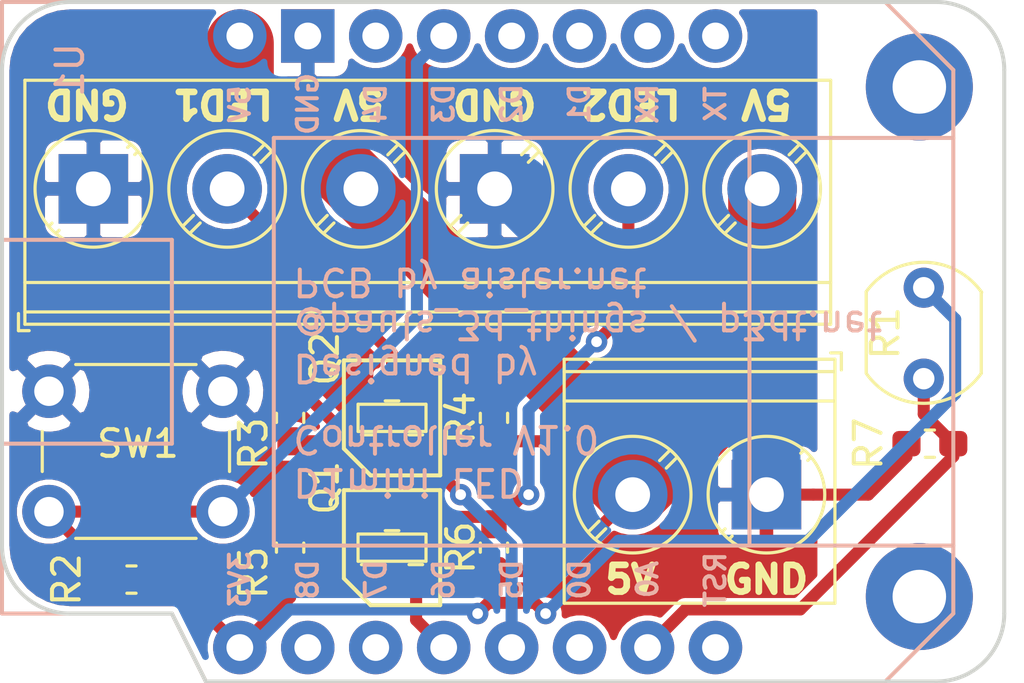
<source format=kicad_pcb>
(kicad_pcb (version 20171130) (host pcbnew 5.1.5+dfsg1-2)

  (general
    (thickness 1.6)
    (drawings 20)
    (tracks 99)
    (zones 0)
    (modules 15)
    (nets 10)
  )

  (page A4)
  (layers
    (0 F.Cu signal)
    (31 B.Cu signal)
    (32 B.Adhes user)
    (33 F.Adhes user)
    (34 B.Paste user)
    (35 F.Paste user)
    (36 B.SilkS user)
    (37 F.SilkS user)
    (38 B.Mask user)
    (39 F.Mask user)
    (40 Dwgs.User user)
    (41 Cmts.User user)
    (42 Eco1.User user)
    (43 Eco2.User user)
    (44 Edge.Cuts user)
    (45 Margin user)
    (46 B.CrtYd user)
    (47 F.CrtYd user)
    (48 B.Fab user)
    (49 F.Fab user)
  )

  (setup
    (last_trace_width 0.45)
    (user_trace_width 0.4)
    (user_trace_width 0.5)
    (user_trace_width 2.54)
    (trace_clearance 0.2)
    (zone_clearance 0.2)
    (zone_45_only no)
    (trace_min 0.2)
    (via_size 0.8)
    (via_drill 0.4)
    (via_min_size 0.4)
    (via_min_drill 0.2)
    (user_via 0.5 0.25)
    (uvia_size 0.3)
    (uvia_drill 0.1)
    (uvias_allowed no)
    (uvia_min_size 0.2)
    (uvia_min_drill 0.1)
    (edge_width 0.15)
    (segment_width 0.2)
    (pcb_text_width 0.3)
    (pcb_text_size 1.5 1.5)
    (mod_edge_width 0.15)
    (mod_text_size 1 1)
    (mod_text_width 0.15)
    (pad_size 2.6 2.6)
    (pad_drill 1.3)
    (pad_to_mask_clearance 0.051)
    (solder_mask_min_width 0.25)
    (aux_axis_origin 0 0)
    (visible_elements FFFFFF7F)
    (pcbplotparams
      (layerselection 0x010fc_ffffffff)
      (usegerberextensions false)
      (usegerberattributes false)
      (usegerberadvancedattributes false)
      (creategerberjobfile false)
      (excludeedgelayer true)
      (linewidth 1.000000)
      (plotframeref false)
      (viasonmask false)
      (mode 1)
      (useauxorigin false)
      (hpglpennumber 1)
      (hpglpenspeed 20)
      (hpglpendiameter 15.000000)
      (psnegative false)
      (psa4output false)
      (plotreference true)
      (plotvalue true)
      (plotinvisibletext false)
      (padsonsilk false)
      (subtractmaskfromsilk false)
      (outputformat 1)
      (mirror false)
      (drillshape 1)
      (scaleselection 1)
      (outputdirectory ""))
  )

  (net 0 "")
  (net 1 GND)
  (net 2 +5V)
  (net 3 +3V3)
  (net 4 /LED_1)
  (net 5 /LED_2)
  (net 6 /D5)
  (net 7 /D6)
  (net 8 /BTN1)
  (net 9 /A0)

  (net_class Default "This is the default net class."
    (clearance 0.2)
    (trace_width 0.45)
    (via_dia 0.8)
    (via_drill 0.4)
    (uvia_dia 0.3)
    (uvia_drill 0.1)
    (add_net +3V3)
    (add_net +5V)
    (add_net /A0)
    (add_net /BTN1)
    (add_net /D5)
    (add_net /D6)
    (add_net /LED_1)
    (add_net /LED_2)
    (add_net GND)
  )

  (module footprints:2mm_hex (layer F.Cu) (tedit 5C9CFB0B) (tstamp 5E125FD3)
    (at 151.13 93.98)
    (fp_text reference REF** (at 0 0.5) (layer F.SilkS) hide
      (effects (font (size 1 1) (thickness 0.15)))
    )
    (fp_text value 2mm_hex (at 0 -0.5) (layer F.Fab) hide
      (effects (font (size 1 1) (thickness 0.15)))
    )
    (pad "" np_thru_hole circle (at 0 0) (size 4 4) (drill 2) (layers *.Cu *.Mask))
  )

  (module footprints:2mm_hex (layer F.Cu) (tedit 5C9CFB0B) (tstamp 5E125FCD)
    (at 151.13 74.93)
    (fp_text reference REF** (at 0 0.5) (layer F.SilkS) hide
      (effects (font (size 1 1) (thickness 0.15)))
    )
    (fp_text value 2mm_hex (at 0 -0.5) (layer F.Fab) hide
      (effects (font (size 1 1) (thickness 0.15)))
    )
    (pad "" np_thru_hole circle (at 0 0) (size 4 4) (drill 2) (layers *.Cu *.Mask))
  )

  (module footprints:AO340X (layer F.Cu) (tedit 5E11E33E) (tstamp 5E122AFF)
    (at 131.4196 92.1512)
    (path /5CD3CBFE)
    (fp_text reference Q2 (at -2.5146 -7.0612 90) (layer F.SilkS)
      (effects (font (size 1 1) (thickness 0.15)))
    )
    (fp_text value AO3400_new (at 0.6604 -0.0762 90) (layer F.Fab)
      (effects (font (size 0.5 0.5) (thickness 0.125)))
    )
    (fp_line (start -0.254 -0.635) (end 0.254 -0.635) (layer F.SilkS) (width 0.12))
    (fp_line (start 0.635 0.635) (end 1.143 0.635) (layer F.SilkS) (width 0.12))
    (fp_line (start -1.143 0.635) (end -0.635 0.635) (layer F.SilkS) (width 0.12))
    (fp_line (start -1.27 0.508) (end -1.27 -0.508) (layer F.SilkS) (width 0.12))
    (fp_line (start 1.27 0.508) (end -1.27 0.508) (layer F.SilkS) (width 0.12))
    (fp_line (start 1.27 -0.508) (end 1.27 0.508) (layer F.SilkS) (width 0.12))
    (fp_line (start -1.27 -0.508) (end 1.27 -0.508) (layer F.SilkS) (width 0.12))
    (fp_line (start -1.8 2.15) (end -1.8 -2.15) (layer F.CrtYd) (width 0.15))
    (fp_line (start 1.8 2.15) (end -1.8 2.15) (layer F.CrtYd) (width 0.15))
    (fp_line (start 1.8 -2.15) (end 1.8 2.15) (layer F.CrtYd) (width 0.15))
    (fp_line (start -1.8 -2.15) (end 1.8 -2.15) (layer F.CrtYd) (width 0.15))
    (fp_line (start 1.8 2.15) (end -0.8 2.15) (layer F.SilkS) (width 0.15))
    (fp_line (start 1.8 -2.15) (end 1.8 2.15) (layer F.SilkS) (width 0.15))
    (fp_line (start -1.8 -2.15) (end 1.8 -2.15) (layer F.SilkS) (width 0.15))
    (fp_line (start -1.8 1.15) (end -1.8 -2.15) (layer F.SilkS) (width 0.15))
    (fp_line (start -0.8 2.15) (end -1.8 1.15) (layer F.SilkS) (width 0.15))
    (pad 3 smd rect (at 0.9 1.15) (size 1 1) (layers F.Cu F.Paste F.Mask)
      (net 7 /D6))
    (pad 2 smd rect (at 0 -1.15) (size 1 1) (layers F.Cu F.Paste F.Mask)
      (net 5 /LED_2))
    (pad 1 smd rect (at -0.9 1.15) (size 1 1) (layers F.Cu F.Paste F.Mask)
      (net 3 +3V3))
  )

  (module footprints:AO340X (layer F.Cu) (tedit 5E11E33E) (tstamp 5E12486C)
    (at 131.4196 87.2998)
    (path /5CD3CBF7)
    (fp_text reference Q1 (at -2.5146 2.6162 90) (layer F.SilkS)
      (effects (font (size 1 1) (thickness 0.15)))
    )
    (fp_text value AO3400_new (at 0.6604 0.3302 90) (layer F.Fab)
      (effects (font (size 0.5 0.5) (thickness 0.125)))
    )
    (fp_line (start -0.254 -0.635) (end 0.254 -0.635) (layer F.SilkS) (width 0.12))
    (fp_line (start 0.635 0.635) (end 1.143 0.635) (layer F.SilkS) (width 0.12))
    (fp_line (start -1.143 0.635) (end -0.635 0.635) (layer F.SilkS) (width 0.12))
    (fp_line (start -1.27 0.508) (end -1.27 -0.508) (layer F.SilkS) (width 0.12))
    (fp_line (start 1.27 0.508) (end -1.27 0.508) (layer F.SilkS) (width 0.12))
    (fp_line (start 1.27 -0.508) (end 1.27 0.508) (layer F.SilkS) (width 0.12))
    (fp_line (start -1.27 -0.508) (end 1.27 -0.508) (layer F.SilkS) (width 0.12))
    (fp_line (start -1.8 2.15) (end -1.8 -2.15) (layer F.CrtYd) (width 0.15))
    (fp_line (start 1.8 2.15) (end -1.8 2.15) (layer F.CrtYd) (width 0.15))
    (fp_line (start 1.8 -2.15) (end 1.8 2.15) (layer F.CrtYd) (width 0.15))
    (fp_line (start -1.8 -2.15) (end 1.8 -2.15) (layer F.CrtYd) (width 0.15))
    (fp_line (start 1.8 2.15) (end -0.8 2.15) (layer F.SilkS) (width 0.15))
    (fp_line (start 1.8 -2.15) (end 1.8 2.15) (layer F.SilkS) (width 0.15))
    (fp_line (start -1.8 -2.15) (end 1.8 -2.15) (layer F.SilkS) (width 0.15))
    (fp_line (start -1.8 1.15) (end -1.8 -2.15) (layer F.SilkS) (width 0.15))
    (fp_line (start -0.8 2.15) (end -1.8 1.15) (layer F.SilkS) (width 0.15))
    (pad 3 smd rect (at 0.9 1.15) (size 1 1) (layers F.Cu F.Paste F.Mask)
      (net 6 /D5))
    (pad 2 smd rect (at 0 -1.15) (size 1 1) (layers F.Cu F.Paste F.Mask)
      (net 4 /LED_1))
    (pad 1 smd rect (at -0.9 1.15) (size 1 1) (layers F.Cu F.Paste F.Mask)
      (net 3 +3V3))
  )

  (module footprints:D1mini (layer B.Cu) (tedit 5C226481) (tstamp 5E122BCF)
    (at 135.89 84.455 90)
    (path /5E15C256)
    (fp_text reference U1 (at 10.16 -16.51 270) (layer B.SilkS)
      (effects (font (size 1 1) (thickness 0.15)) (justify mirror))
    )
    (fp_text value D1mini (at 0 10.16 270) (layer B.Fab)
      (effects (font (size 1 1) (thickness 0.15)) (justify mirror))
    )
    (fp_line (start -7.62 8.89) (end 7.62 8.89) (layer B.SilkS) (width 0.15))
    (fp_line (start -7.62 16.51) (end -7.62 -8.89) (layer B.SilkS) (width 0.15))
    (fp_line (start -7.62 -8.89) (end 7.62 -8.89) (layer B.SilkS) (width 0.15))
    (fp_line (start 7.62 -8.89) (end 7.62 16.51) (layer B.SilkS) (width 0.15))
    (fp_line (start -3.81 -19.05) (end -3.81 -12.7) (layer B.SilkS) (width 0.15))
    (fp_line (start -3.81 -12.7) (end 3.81 -12.7) (layer B.SilkS) (width 0.15))
    (fp_line (start 3.81 -12.7) (end 3.81 -19.05) (layer B.SilkS) (width 0.15))
    (fp_line (start -12.7 13.97) (end -12.7 -11.43) (layer B.SilkS) (width 0.15))
    (fp_line (start 10.16 16.51) (end -10.16 16.51) (layer B.SilkS) (width 0.15))
    (fp_line (start -10.16 -19.05) (end 12.7 -19.05) (layer B.SilkS) (width 0.15))
    (fp_line (start 12.7 -19.05) (end 12.7 13.97) (layer B.SilkS) (width 0.15))
    (fp_line (start -12.7 -11.43) (end -10.16 -12.7) (layer B.SilkS) (width 0.15))
    (fp_line (start -10.16 -12.7) (end -10.16 -19.05) (layer B.SilkS) (width 0.15))
    (fp_line (start 10.16 16.51) (end 12.7 13.97) (layer B.SilkS) (width 0.15))
    (fp_line (start -12.7 13.97) (end -10.16 16.51) (layer B.SilkS) (width 0.15))
    (fp_text user 5V (at 8.89 -10.16 -90) (layer B.SilkS)
      (effects (font (size 0.75 0.75) (thickness 0.15)) (justify mirror))
    )
    (fp_text user GND (at 8.89 -7.62 -90) (layer B.SilkS)
      (effects (font (size 0.75 0.75) (thickness 0.15)) (justify mirror))
    )
    (fp_text user D4 (at 8.89 -5.08 -90) (layer B.SilkS)
      (effects (font (size 0.75 0.75) (thickness 0.15)) (justify mirror))
    )
    (fp_text user D3 (at 8.89 -2.54 -90) (layer B.SilkS)
      (effects (font (size 0.75 0.75) (thickness 0.15)) (justify mirror))
    )
    (fp_text user D2 (at 8.89 0 -90) (layer B.SilkS)
      (effects (font (size 0.75 0.75) (thickness 0.15)) (justify mirror))
    )
    (fp_text user D1 (at 8.89 2.54 -90) (layer B.SilkS)
      (effects (font (size 0.75 0.75) (thickness 0.15)) (justify mirror))
    )
    (fp_text user RX (at 8.89 5.08 -90) (layer B.SilkS)
      (effects (font (size 0.75 0.75) (thickness 0.15)) (justify mirror))
    )
    (fp_text user TX (at 8.89 7.62 -90) (layer B.SilkS)
      (effects (font (size 0.75 0.75) (thickness 0.15)) (justify mirror))
    )
    (fp_text user 3V3 (at -8.89 -10.16 -90) (layer B.SilkS)
      (effects (font (size 0.75 0.75) (thickness 0.15)) (justify mirror))
    )
    (fp_text user D8 (at -8.89 -7.62 -90) (layer B.SilkS)
      (effects (font (size 0.75 0.75) (thickness 0.15)) (justify mirror))
    )
    (fp_text user D7 (at -8.89 -5.08 -90) (layer B.SilkS)
      (effects (font (size 0.75 0.75) (thickness 0.15)) (justify mirror))
    )
    (fp_text user D6 (at -8.89 -2.54 -90) (layer B.SilkS)
      (effects (font (size 0.75 0.75) (thickness 0.15)) (justify mirror))
    )
    (fp_text user D5 (at -8.89 0 -90) (layer B.SilkS)
      (effects (font (size 0.75 0.75) (thickness 0.15)) (justify mirror))
    )
    (fp_text user D0 (at -8.89 2.54 -90) (layer B.SilkS)
      (effects (font (size 0.75 0.75) (thickness 0.15)) (justify mirror))
    )
    (fp_text user A0 (at -8.89 5.08 -90) (layer B.SilkS)
      (effects (font (size 0.75 0.75) (thickness 0.15)) (justify mirror))
    )
    (fp_text user RST (at -8.89 7.62 -90) (layer B.SilkS)
      (effects (font (size 0.75 0.75) (thickness 0.15)) (justify mirror))
    )
    (pad 1 thru_hole circle (at -11.43 7.62 90) (size 2 2) (drill 1) (layers *.Cu *.Mask))
    (pad 2 thru_hole circle (at -11.43 5.08 90) (size 2 2) (drill 1) (layers *.Cu *.Mask)
      (net 9 /A0))
    (pad 3 thru_hole circle (at -11.43 2.54 90) (size 2 2) (drill 1) (layers *.Cu *.Mask))
    (pad 4 thru_hole circle (at -11.43 0 90) (size 2 2) (drill 1) (layers *.Cu *.Mask)
      (net 6 /D5))
    (pad 5 thru_hole circle (at -11.43 -2.54 90) (size 2 2) (drill 1) (layers *.Cu *.Mask)
      (net 7 /D6))
    (pad 6 thru_hole circle (at -11.43 -5.08 90) (size 2 2) (drill 1) (layers *.Cu *.Mask))
    (pad 7 thru_hole circle (at -11.43 -7.62 90) (size 2 2) (drill 1) (layers *.Cu *.Mask))
    (pad 8 thru_hole circle (at -11.43 -10.16 90) (size 2 2) (drill 1) (layers *.Cu *.Mask)
      (net 3 +3V3))
    (pad 9 thru_hole circle (at 11.43 7.62 90) (size 2 2) (drill 1) (layers *.Cu *.Mask))
    (pad 10 thru_hole circle (at 11.43 5.08 90) (size 2 2) (drill 1) (layers *.Cu *.Mask))
    (pad 11 thru_hole circle (at 11.43 2.54 90) (size 2 2) (drill 1) (layers *.Cu *.Mask))
    (pad 12 thru_hole circle (at 11.43 0 90) (size 2 2) (drill 1) (layers *.Cu *.Mask))
    (pad 13 thru_hole circle (at 11.43 -2.54 90) (size 2 2) (drill 1) (layers *.Cu *.Mask)
      (net 8 /BTN1))
    (pad 14 thru_hole circle (at 11.43 -5.08 90) (size 2 2) (drill 1) (layers *.Cu *.Mask))
    (pad 15 thru_hole rect (at 11.43 -7.62 90) (size 2 2) (drill 1) (layers *.Cu *.Mask)
      (net 1 GND))
    (pad 16 thru_hole circle (at 11.43 -10.16 90) (size 2 2) (drill 1) (layers *.Cu *.Mask)
      (net 2 +5V))
  )

  (module TerminalBlock_Phoenix:TerminalBlock_Phoenix_PT-1,5-6-5.0-H_1x06_P5.00mm_Horizontal (layer F.Cu) (tedit 5DBE9AD3) (tstamp 5DC30AF6)
    (at 120.255 78.74)
    (descr "Terminal Block Phoenix PT-1,5-6-5.0-H, 6 pins, pitch 5mm, size 30x9mm^2, drill diamater 1.3mm, pad diameter 2.6mm, see http://www.mouser.com/ds/2/324/ItemDetail_1935161-922578.pdf, script-generated using https://github.com/pointhi/kicad-footprint-generator/scripts/TerminalBlock_Phoenix")
    (tags "THT Terminal Block Phoenix PT-1,5-6-5.0-H pitch 5mm size 30x9mm^2 drill 1.3mm pad 2.6mm")
    (path /5DC645D4)
    (fp_text reference J4 (at 12.5 -5.06 180) (layer F.SilkS) hide
      (effects (font (size 1 1) (thickness 0.15)))
    )
    (fp_text value Conn_01x06 (at 12.5 6.06 180) (layer F.Fab)
      (effects (font (size 1 1) (thickness 0.15)))
    )
    (fp_circle (center 0 0) (end 2 0) (layer F.Fab) (width 0.1))
    (fp_circle (center 0 0) (end 2.18 0) (layer F.SilkS) (width 0.12))
    (fp_circle (center 5 0) (end 7 0) (layer F.Fab) (width 0.1))
    (fp_circle (center 5 0) (end 7.18 0) (layer F.SilkS) (width 0.12))
    (fp_circle (center 10 0) (end 12 0) (layer F.Fab) (width 0.1))
    (fp_circle (center 10 0) (end 12.18 0) (layer F.SilkS) (width 0.12))
    (fp_circle (center 15 0) (end 17 0) (layer F.Fab) (width 0.1))
    (fp_circle (center 15 0) (end 17.18 0) (layer F.SilkS) (width 0.12))
    (fp_circle (center 20 0) (end 22 0) (layer F.Fab) (width 0.1))
    (fp_circle (center 20 0) (end 22.18 0) (layer F.SilkS) (width 0.12))
    (fp_circle (center 25 0) (end 27 0) (layer F.Fab) (width 0.1))
    (fp_circle (center 25 0) (end 27.18 0) (layer F.SilkS) (width 0.12))
    (fp_line (start -2.5 -4) (end 27.5 -4) (layer F.Fab) (width 0.1))
    (fp_line (start 27.5 -4) (end 27.5 5) (layer F.Fab) (width 0.1))
    (fp_line (start 27.5 5) (end -2.1 5) (layer F.Fab) (width 0.1))
    (fp_line (start -2.1 5) (end -2.5 4.6) (layer F.Fab) (width 0.1))
    (fp_line (start -2.5 4.6) (end -2.5 -4) (layer F.Fab) (width 0.1))
    (fp_line (start -2.5 4.6) (end 27.5 4.6) (layer F.Fab) (width 0.1))
    (fp_line (start -2.56 4.6) (end 27.56 4.6) (layer F.SilkS) (width 0.12))
    (fp_line (start -2.5 3.5) (end 27.5 3.5) (layer F.Fab) (width 0.1))
    (fp_line (start -2.56 3.5) (end 27.56 3.5) (layer F.SilkS) (width 0.12))
    (fp_line (start -2.56 -4.06) (end 27.56 -4.06) (layer F.SilkS) (width 0.12))
    (fp_line (start -2.56 5.06) (end 27.56 5.06) (layer F.SilkS) (width 0.12))
    (fp_line (start -2.56 -4.06) (end -2.56 5.06) (layer F.SilkS) (width 0.12))
    (fp_line (start 27.56 -4.06) (end 27.56 5.06) (layer F.SilkS) (width 0.12))
    (fp_line (start 1.517 -1.273) (end -1.273 1.517) (layer F.Fab) (width 0.1))
    (fp_line (start 1.273 -1.517) (end -1.517 1.273) (layer F.Fab) (width 0.1))
    (fp_line (start 1.654 -1.388) (end 1.547 -1.281) (layer F.SilkS) (width 0.12))
    (fp_line (start -1.282 1.547) (end -1.388 1.654) (layer F.SilkS) (width 0.12))
    (fp_line (start 1.388 -1.654) (end 1.281 -1.547) (layer F.SilkS) (width 0.12))
    (fp_line (start -1.548 1.281) (end -1.654 1.388) (layer F.SilkS) (width 0.12))
    (fp_line (start 6.517 -1.273) (end 3.728 1.517) (layer F.Fab) (width 0.1))
    (fp_line (start 6.273 -1.517) (end 3.484 1.273) (layer F.Fab) (width 0.1))
    (fp_line (start 6.654 -1.388) (end 6.259 -0.992) (layer F.SilkS) (width 0.12))
    (fp_line (start 3.993 1.274) (end 3.613 1.654) (layer F.SilkS) (width 0.12))
    (fp_line (start 6.388 -1.654) (end 6.008 -1.274) (layer F.SilkS) (width 0.12))
    (fp_line (start 3.742 0.992) (end 3.347 1.388) (layer F.SilkS) (width 0.12))
    (fp_line (start 11.517 -1.273) (end 8.728 1.517) (layer F.Fab) (width 0.1))
    (fp_line (start 11.273 -1.517) (end 8.484 1.273) (layer F.Fab) (width 0.1))
    (fp_line (start 11.654 -1.388) (end 11.259 -0.992) (layer F.SilkS) (width 0.12))
    (fp_line (start 8.993 1.274) (end 8.613 1.654) (layer F.SilkS) (width 0.12))
    (fp_line (start 11.388 -1.654) (end 11.008 -1.274) (layer F.SilkS) (width 0.12))
    (fp_line (start 8.742 0.992) (end 8.347 1.388) (layer F.SilkS) (width 0.12))
    (fp_line (start 16.517 -1.273) (end 13.728 1.517) (layer F.Fab) (width 0.1))
    (fp_line (start 16.273 -1.517) (end 13.484 1.273) (layer F.Fab) (width 0.1))
    (fp_line (start 16.654 -1.388) (end 16.259 -0.992) (layer F.SilkS) (width 0.12))
    (fp_line (start 13.993 1.274) (end 13.613 1.654) (layer F.SilkS) (width 0.12))
    (fp_line (start 16.388 -1.654) (end 16.008 -1.274) (layer F.SilkS) (width 0.12))
    (fp_line (start 13.742 0.992) (end 13.347 1.388) (layer F.SilkS) (width 0.12))
    (fp_line (start 21.517 -1.273) (end 18.728 1.517) (layer F.Fab) (width 0.1))
    (fp_line (start 21.273 -1.517) (end 18.484 1.273) (layer F.Fab) (width 0.1))
    (fp_line (start 21.654 -1.388) (end 21.259 -0.992) (layer F.SilkS) (width 0.12))
    (fp_line (start 18.993 1.274) (end 18.613 1.654) (layer F.SilkS) (width 0.12))
    (fp_line (start 21.388 -1.654) (end 21.008 -1.274) (layer F.SilkS) (width 0.12))
    (fp_line (start 18.742 0.992) (end 18.347 1.388) (layer F.SilkS) (width 0.12))
    (fp_line (start 26.517 -1.273) (end 23.728 1.517) (layer F.Fab) (width 0.1))
    (fp_line (start 26.273 -1.517) (end 23.484 1.273) (layer F.Fab) (width 0.1))
    (fp_line (start 26.654 -1.388) (end 26.259 -0.992) (layer F.SilkS) (width 0.12))
    (fp_line (start 23.993 1.274) (end 23.613 1.654) (layer F.SilkS) (width 0.12))
    (fp_line (start 26.388 -1.654) (end 26.008 -1.274) (layer F.SilkS) (width 0.12))
    (fp_line (start 23.742 0.992) (end 23.347 1.388) (layer F.SilkS) (width 0.12))
    (fp_line (start -2.8 4.66) (end -2.8 5.3) (layer F.SilkS) (width 0.12))
    (fp_line (start -2.8 5.3) (end -2.4 5.3) (layer F.SilkS) (width 0.12))
    (fp_line (start -3 -4.5) (end -3 5.5) (layer F.CrtYd) (width 0.05))
    (fp_line (start -3 5.5) (end 28 5.5) (layer F.CrtYd) (width 0.05))
    (fp_line (start 28 5.5) (end 28 -4.5) (layer F.CrtYd) (width 0.05))
    (fp_line (start 28 -4.5) (end -3 -4.5) (layer F.CrtYd) (width 0.05))
    (fp_text user %R (at 12.5 2.9 180) (layer F.Fab)
      (effects (font (size 1 1) (thickness 0.15)))
    )
    (pad 1 thru_hole rect (at 0 0) (size 2.6 2.6) (drill 1.3) (layers *.Cu *.Mask)
      (net 1 GND))
    (pad 2 thru_hole circle (at 5 0) (size 2.6 2.6) (drill 1.3) (layers *.Cu *.Mask)
      (net 4 /LED_1))
    (pad 3 thru_hole circle (at 10 0) (size 2.6 2.6) (drill 1.3) (layers *.Cu *.Mask)
      (net 2 +5V))
    (pad 4 thru_hole rect (at 15 0) (size 2.6 2.6) (drill 1.3) (layers *.Cu *.Mask)
      (net 1 GND))
    (pad 5 thru_hole circle (at 20 0) (size 2.6 2.6) (drill 1.3) (layers *.Cu *.Mask)
      (net 5 /LED_2))
    (pad 6 thru_hole circle (at 25 0) (size 2.6 2.6) (drill 1.3) (layers *.Cu *.Mask)
      (net 2 +5V))
    (model ${KISYS3DMOD}/TerminalBlock_Phoenix.3dshapes/TerminalBlock_Phoenix_PT-1,5-6-5.0-H_1x06_P5.00mm_Horizontal.wrl
      (at (xyz 0 0 0))
      (scale (xyz 1 1 1))
      (rotate (xyz 0 0 0))
    )
  )

  (module Resistor_SMD:R_0603_1608Metric_Pad1.05x0.95mm_HandSolder (layer F.Cu) (tedit 5B301BBD) (tstamp 5DC2F7ED)
    (at 121.68 93.345)
    (descr "Resistor SMD 0603 (1608 Metric), square (rectangular) end terminal, IPC_7351 nominal with elongated pad for handsoldering. (Body size source: http://www.tortai-tech.com/upload/download/2011102023233369053.pdf), generated with kicad-footprint-generator")
    (tags "resistor handsolder")
    (path /5DC34F38)
    (attr smd)
    (fp_text reference R2 (at -2.427 0 90) (layer F.SilkS)
      (effects (font (size 1 1) (thickness 0.15)))
    )
    (fp_text value 10k (at 0 1.43) (layer F.Fab)
      (effects (font (size 1 1) (thickness 0.15)))
    )
    (fp_line (start -0.8 0.4) (end -0.8 -0.4) (layer F.Fab) (width 0.1))
    (fp_line (start -0.8 -0.4) (end 0.8 -0.4) (layer F.Fab) (width 0.1))
    (fp_line (start 0.8 -0.4) (end 0.8 0.4) (layer F.Fab) (width 0.1))
    (fp_line (start 0.8 0.4) (end -0.8 0.4) (layer F.Fab) (width 0.1))
    (fp_line (start -0.171267 -0.51) (end 0.171267 -0.51) (layer F.SilkS) (width 0.12))
    (fp_line (start -0.171267 0.51) (end 0.171267 0.51) (layer F.SilkS) (width 0.12))
    (fp_line (start -1.65 0.73) (end -1.65 -0.73) (layer F.CrtYd) (width 0.05))
    (fp_line (start -1.65 -0.73) (end 1.65 -0.73) (layer F.CrtYd) (width 0.05))
    (fp_line (start 1.65 -0.73) (end 1.65 0.73) (layer F.CrtYd) (width 0.05))
    (fp_line (start 1.65 0.73) (end -1.65 0.73) (layer F.CrtYd) (width 0.05))
    (fp_text user %R (at 0 0 180) (layer F.Fab)
      (effects (font (size 0.4 0.4) (thickness 0.06)))
    )
    (pad 1 smd roundrect (at -0.875 0) (size 1.05 0.95) (layers F.Cu F.Paste F.Mask) (roundrect_rratio 0.25)
      (net 8 /BTN1))
    (pad 2 smd roundrect (at 0.875 0) (size 1.05 0.95) (layers F.Cu F.Paste F.Mask) (roundrect_rratio 0.25)
      (net 3 +3V3))
    (model ${KISYS3DMOD}/Resistor_SMD.3dshapes/R_0603_1608Metric.wrl
      (at (xyz 0 0 0))
      (scale (xyz 1 1 1))
      (rotate (xyz 0 0 0))
    )
  )

  (module Resistor_SMD:R_0603_1608Metric_Pad1.05x0.95mm_HandSolder (layer F.Cu) (tedit 5B301BBD) (tstamp 5E124755)
    (at 127.6096 87.2998 90)
    (descr "Resistor SMD 0603 (1608 Metric), square (rectangular) end terminal, IPC_7351 nominal with elongated pad for handsoldering. (Body size source: http://www.tortai-tech.com/upload/download/2011102023233369053.pdf), generated with kicad-footprint-generator")
    (tags "resistor handsolder")
    (path /5CD3CB1A)
    (attr smd)
    (fp_text reference R3 (at -0.9652 -1.3716 90) (layer F.SilkS)
      (effects (font (size 1 1) (thickness 0.15)))
    )
    (fp_text value 1.5k (at 0 1.43 90) (layer F.Fab)
      (effects (font (size 1 1) (thickness 0.15)))
    )
    (fp_text user %R (at 0 0 90) (layer F.Fab)
      (effects (font (size 0.4 0.4) (thickness 0.06)))
    )
    (fp_line (start 1.65 0.73) (end -1.65 0.73) (layer F.CrtYd) (width 0.05))
    (fp_line (start 1.65 -0.73) (end 1.65 0.73) (layer F.CrtYd) (width 0.05))
    (fp_line (start -1.65 -0.73) (end 1.65 -0.73) (layer F.CrtYd) (width 0.05))
    (fp_line (start -1.65 0.73) (end -1.65 -0.73) (layer F.CrtYd) (width 0.05))
    (fp_line (start -0.171267 0.51) (end 0.171267 0.51) (layer F.SilkS) (width 0.12))
    (fp_line (start -0.171267 -0.51) (end 0.171267 -0.51) (layer F.SilkS) (width 0.12))
    (fp_line (start 0.8 0.4) (end -0.8 0.4) (layer F.Fab) (width 0.1))
    (fp_line (start 0.8 -0.4) (end 0.8 0.4) (layer F.Fab) (width 0.1))
    (fp_line (start -0.8 -0.4) (end 0.8 -0.4) (layer F.Fab) (width 0.1))
    (fp_line (start -0.8 0.4) (end -0.8 -0.4) (layer F.Fab) (width 0.1))
    (pad 2 smd roundrect (at 0.875 0 90) (size 1.05 0.95) (layers F.Cu F.Paste F.Mask) (roundrect_rratio 0.25)
      (net 6 /D5))
    (pad 1 smd roundrect (at -0.875 0 90) (size 1.05 0.95) (layers F.Cu F.Paste F.Mask) (roundrect_rratio 0.25)
      (net 3 +3V3))
    (model ${KISYS3DMOD}/Resistor_SMD.3dshapes/R_0603_1608Metric.wrl
      (at (xyz 0 0 0))
      (scale (xyz 1 1 1))
      (rotate (xyz 0 0 0))
    )
  )

  (module Resistor_SMD:R_0603_1608Metric_Pad1.05x0.95mm_HandSolder (layer F.Cu) (tedit 5B301BBD) (tstamp 5E124725)
    (at 135.2296 87.2998 90)
    (descr "Resistor SMD 0603 (1608 Metric), square (rectangular) end terminal, IPC_7351 nominal with elongated pad for handsoldering. (Body size source: http://www.tortai-tech.com/upload/download/2011102023233369053.pdf), generated with kicad-footprint-generator")
    (tags "resistor handsolder")
    (path /5CD3CB13)
    (attr smd)
    (fp_text reference R4 (at 0 -1.2446 90) (layer F.SilkS)
      (effects (font (size 1 1) (thickness 0.15)))
    )
    (fp_text value 1.5k (at 0 1.43 90) (layer F.Fab)
      (effects (font (size 1 1) (thickness 0.15)))
    )
    (fp_line (start -0.8 0.4) (end -0.8 -0.4) (layer F.Fab) (width 0.1))
    (fp_line (start -0.8 -0.4) (end 0.8 -0.4) (layer F.Fab) (width 0.1))
    (fp_line (start 0.8 -0.4) (end 0.8 0.4) (layer F.Fab) (width 0.1))
    (fp_line (start 0.8 0.4) (end -0.8 0.4) (layer F.Fab) (width 0.1))
    (fp_line (start -0.171267 -0.51) (end 0.171267 -0.51) (layer F.SilkS) (width 0.12))
    (fp_line (start -0.171267 0.51) (end 0.171267 0.51) (layer F.SilkS) (width 0.12))
    (fp_line (start -1.65 0.73) (end -1.65 -0.73) (layer F.CrtYd) (width 0.05))
    (fp_line (start -1.65 -0.73) (end 1.65 -0.73) (layer F.CrtYd) (width 0.05))
    (fp_line (start 1.65 -0.73) (end 1.65 0.73) (layer F.CrtYd) (width 0.05))
    (fp_line (start 1.65 0.73) (end -1.65 0.73) (layer F.CrtYd) (width 0.05))
    (fp_text user %R (at 0 0 90) (layer F.Fab)
      (effects (font (size 0.4 0.4) (thickness 0.06)))
    )
    (pad 1 smd roundrect (at -0.875 0 90) (size 1.05 0.95) (layers F.Cu F.Paste F.Mask) (roundrect_rratio 0.25)
      (net 2 +5V))
    (pad 2 smd roundrect (at 0.875 0 90) (size 1.05 0.95) (layers F.Cu F.Paste F.Mask) (roundrect_rratio 0.25)
      (net 4 /LED_1))
    (model ${KISYS3DMOD}/Resistor_SMD.3dshapes/R_0603_1608Metric.wrl
      (at (xyz 0 0 0))
      (scale (xyz 1 1 1))
      (rotate (xyz 0 0 0))
    )
  )

  (module Resistor_SMD:R_0603_1608Metric_Pad1.05x0.95mm_HandSolder (layer F.Cu) (tedit 5B301BBD) (tstamp 5E12478E)
    (at 127.6096 92.1512 90)
    (descr "Resistor SMD 0603 (1608 Metric), square (rectangular) end terminal, IPC_7351 nominal with elongated pad for handsoldering. (Body size source: http://www.tortai-tech.com/upload/download/2011102023233369053.pdf), generated with kicad-footprint-generator")
    (tags "resistor handsolder")
    (path /5CD3CBAD)
    (attr smd)
    (fp_text reference R5 (at -0.9398 -1.3716 90) (layer F.SilkS)
      (effects (font (size 1 1) (thickness 0.15)))
    )
    (fp_text value 1.5k (at 0 1.43 90) (layer F.Fab)
      (effects (font (size 1 1) (thickness 0.15)))
    )
    (fp_line (start -0.8 0.4) (end -0.8 -0.4) (layer F.Fab) (width 0.1))
    (fp_line (start -0.8 -0.4) (end 0.8 -0.4) (layer F.Fab) (width 0.1))
    (fp_line (start 0.8 -0.4) (end 0.8 0.4) (layer F.Fab) (width 0.1))
    (fp_line (start 0.8 0.4) (end -0.8 0.4) (layer F.Fab) (width 0.1))
    (fp_line (start -0.171267 -0.51) (end 0.171267 -0.51) (layer F.SilkS) (width 0.12))
    (fp_line (start -0.171267 0.51) (end 0.171267 0.51) (layer F.SilkS) (width 0.12))
    (fp_line (start -1.65 0.73) (end -1.65 -0.73) (layer F.CrtYd) (width 0.05))
    (fp_line (start -1.65 -0.73) (end 1.65 -0.73) (layer F.CrtYd) (width 0.05))
    (fp_line (start 1.65 -0.73) (end 1.65 0.73) (layer F.CrtYd) (width 0.05))
    (fp_line (start 1.65 0.73) (end -1.65 0.73) (layer F.CrtYd) (width 0.05))
    (fp_text user %R (at 0 0 90) (layer F.Fab)
      (effects (font (size 0.4 0.4) (thickness 0.06)))
    )
    (pad 1 smd roundrect (at -0.875 0 90) (size 1.05 0.95) (layers F.Cu F.Paste F.Mask) (roundrect_rratio 0.25)
      (net 3 +3V3))
    (pad 2 smd roundrect (at 0.875 0 90) (size 1.05 0.95) (layers F.Cu F.Paste F.Mask) (roundrect_rratio 0.25)
      (net 7 /D6))
    (model ${KISYS3DMOD}/Resistor_SMD.3dshapes/R_0603_1608Metric.wrl
      (at (xyz 0 0 0))
      (scale (xyz 1 1 1))
      (rotate (xyz 0 0 0))
    )
  )

  (module Resistor_SMD:R_0603_1608Metric_Pad1.05x0.95mm_HandSolder (layer F.Cu) (tedit 5B301BBD) (tstamp 5E12489C)
    (at 135.2296 92.1512 90)
    (descr "Resistor SMD 0603 (1608 Metric), square (rectangular) end terminal, IPC_7351 nominal with elongated pad for handsoldering. (Body size source: http://www.tortai-tech.com/upload/download/2011102023233369053.pdf), generated with kicad-footprint-generator")
    (tags "resistor handsolder")
    (path /5CD3CBA6)
    (attr smd)
    (fp_text reference R6 (at 0 -1.2446 90) (layer F.SilkS)
      (effects (font (size 1 1) (thickness 0.15)))
    )
    (fp_text value 1.5k (at 0 1.43 90) (layer F.Fab)
      (effects (font (size 1 1) (thickness 0.15)))
    )
    (fp_text user %R (at 0 0 90) (layer F.Fab)
      (effects (font (size 0.4 0.4) (thickness 0.06)))
    )
    (fp_line (start 1.65 0.73) (end -1.65 0.73) (layer F.CrtYd) (width 0.05))
    (fp_line (start 1.65 -0.73) (end 1.65 0.73) (layer F.CrtYd) (width 0.05))
    (fp_line (start -1.65 -0.73) (end 1.65 -0.73) (layer F.CrtYd) (width 0.05))
    (fp_line (start -1.65 0.73) (end -1.65 -0.73) (layer F.CrtYd) (width 0.05))
    (fp_line (start -0.171267 0.51) (end 0.171267 0.51) (layer F.SilkS) (width 0.12))
    (fp_line (start -0.171267 -0.51) (end 0.171267 -0.51) (layer F.SilkS) (width 0.12))
    (fp_line (start 0.8 0.4) (end -0.8 0.4) (layer F.Fab) (width 0.1))
    (fp_line (start 0.8 -0.4) (end 0.8 0.4) (layer F.Fab) (width 0.1))
    (fp_line (start -0.8 -0.4) (end 0.8 -0.4) (layer F.Fab) (width 0.1))
    (fp_line (start -0.8 0.4) (end -0.8 -0.4) (layer F.Fab) (width 0.1))
    (pad 2 smd roundrect (at 0.875 0 90) (size 1.05 0.95) (layers F.Cu F.Paste F.Mask) (roundrect_rratio 0.25)
      (net 5 /LED_2))
    (pad 1 smd roundrect (at -0.875 0 90) (size 1.05 0.95) (layers F.Cu F.Paste F.Mask) (roundrect_rratio 0.25)
      (net 2 +5V))
    (model ${KISYS3DMOD}/Resistor_SMD.3dshapes/R_0603_1608Metric.wrl
      (at (xyz 0 0 0))
      (scale (xyz 1 1 1))
      (rotate (xyz 0 0 0))
    )
  )

  (module Button_Switch_THT:SW_PUSH_6mm (layer F.Cu) (tedit 5DBE9165) (tstamp 5E1247DB)
    (at 125.095 90.805 180)
    (descr https://www.omron.com/ecb/products/pdf/en-b3f.pdf)
    (tags "tact sw push 6mm")
    (path /5DC315DB)
    (fp_text reference SW1 (at 3.175 2.54) (layer F.SilkS)
      (effects (font (size 1 1) (thickness 0.15)))
    )
    (fp_text value BTN1 (at 5.08 -1.905) (layer F.Fab)
      (effects (font (size 1 1) (thickness 0.15)))
    )
    (fp_circle (center 3.25 2.25) (end 1.25 2.5) (layer F.Fab) (width 0.1))
    (fp_line (start 6.75 3) (end 6.75 1.5) (layer F.SilkS) (width 0.12))
    (fp_line (start 5.5 -1) (end 1 -1) (layer F.SilkS) (width 0.12))
    (fp_line (start -0.25 1.5) (end -0.25 3) (layer F.SilkS) (width 0.12))
    (fp_line (start 1 5.5) (end 5.5 5.5) (layer F.SilkS) (width 0.12))
    (fp_line (start 8 -1.25) (end 8 5.75) (layer F.CrtYd) (width 0.05))
    (fp_line (start 7.75 6) (end -1.25 6) (layer F.CrtYd) (width 0.05))
    (fp_line (start -1.5 5.75) (end -1.5 -1.25) (layer F.CrtYd) (width 0.05))
    (fp_line (start -1.25 -1.5) (end 7.75 -1.5) (layer F.CrtYd) (width 0.05))
    (fp_line (start -1.5 6) (end -1.25 6) (layer F.CrtYd) (width 0.05))
    (fp_line (start -1.5 5.75) (end -1.5 6) (layer F.CrtYd) (width 0.05))
    (fp_line (start -1.5 -1.5) (end -1.25 -1.5) (layer F.CrtYd) (width 0.05))
    (fp_line (start -1.5 -1.25) (end -1.5 -1.5) (layer F.CrtYd) (width 0.05))
    (fp_line (start 8 -1.5) (end 8 -1.25) (layer F.CrtYd) (width 0.05))
    (fp_line (start 7.75 -1.5) (end 8 -1.5) (layer F.CrtYd) (width 0.05))
    (fp_line (start 8 6) (end 8 5.75) (layer F.CrtYd) (width 0.05))
    (fp_line (start 7.75 6) (end 8 6) (layer F.CrtYd) (width 0.05))
    (fp_line (start 0.25 -0.75) (end 3.25 -0.75) (layer F.Fab) (width 0.1))
    (fp_line (start 0.25 5.25) (end 0.25 -0.75) (layer F.Fab) (width 0.1))
    (fp_line (start 6.25 5.25) (end 0.25 5.25) (layer F.Fab) (width 0.1))
    (fp_line (start 6.25 -0.75) (end 6.25 5.25) (layer F.Fab) (width 0.1))
    (fp_line (start 3.25 -0.75) (end 6.25 -0.75) (layer F.Fab) (width 0.1))
    (fp_text user %R (at 3.25 2.25) (layer F.Fab)
      (effects (font (size 1 1) (thickness 0.15)))
    )
    (pad 1 thru_hole circle (at 6.5 0 270) (size 2 2) (drill 1.1) (layers *.Cu *.Mask)
      (net 8 /BTN1))
    (pad 2 thru_hole circle (at 6.5 4.5 270) (size 2 2) (drill 1.1) (layers *.Cu *.Mask)
      (net 1 GND))
    (pad 1 thru_hole circle (at 0 0 270) (size 2 2) (drill 1.1) (layers *.Cu *.Mask)
      (net 8 /BTN1))
    (pad 2 thru_hole circle (at 0 4.5 270) (size 2 2) (drill 1.1) (layers *.Cu *.Mask)
      (net 1 GND))
    (model ${KISYS3DMOD}/Button_Switch_THT.3dshapes/SW_PUSH_6mm.wrl
      (at (xyz 0 0 0))
      (scale (xyz 1 1 1))
      (rotate (xyz 0 0 0))
    )
  )

  (module TerminalBlock_Phoenix:TerminalBlock_Phoenix_PT-1,5-2-5.0-H_1x02_P5.00mm_Horizontal (layer F.Cu) (tedit 5DBE9887) (tstamp 5E126082)
    (at 145.415 90.17 180)
    (descr "Terminal Block Phoenix PT-1,5-2-5.0-H, 2 pins, pitch 5mm, size 10x9mm^2, drill diamater 1.3mm, pad diameter 2.6mm, see http://www.mouser.com/ds/2/324/ItemDetail_1935161-922578.pdf, script-generated using https://github.com/pointhi/kicad-footprint-generator/scripts/TerminalBlock_Phoenix")
    (tags "THT Terminal Block Phoenix PT-1,5-2-5.0-H pitch 5mm size 10x9mm^2 drill 1.3mm pad 2.6mm")
    (path /5CF0AD8A)
    (fp_text reference J1 (at 2.5 -5.06) (layer F.SilkS) hide
      (effects (font (size 1 1) (thickness 0.15)))
    )
    (fp_text value PWR_IN (at 2.5 6.06) (layer F.Fab)
      (effects (font (size 1 1) (thickness 0.15)))
    )
    (fp_circle (center 0 0) (end 2 0) (layer F.Fab) (width 0.1))
    (fp_circle (center 0 0) (end 2.18 0) (layer F.SilkS) (width 0.12))
    (fp_circle (center 5 0) (end 7 0) (layer F.Fab) (width 0.1))
    (fp_circle (center 5 0) (end 7.18 0) (layer F.SilkS) (width 0.12))
    (fp_line (start -2.5 -4) (end 7.5 -4) (layer F.Fab) (width 0.1))
    (fp_line (start 7.5 -4) (end 7.5 5) (layer F.Fab) (width 0.1))
    (fp_line (start 7.5 5) (end -2.1 5) (layer F.Fab) (width 0.1))
    (fp_line (start -2.1 5) (end -2.5 4.6) (layer F.Fab) (width 0.1))
    (fp_line (start -2.5 4.6) (end -2.5 -4) (layer F.Fab) (width 0.1))
    (fp_line (start -2.5 4.6) (end 7.5 4.6) (layer F.Fab) (width 0.1))
    (fp_line (start -2.56 4.6) (end 7.56 4.6) (layer F.SilkS) (width 0.12))
    (fp_line (start -2.5 3.5) (end 7.5 3.5) (layer F.Fab) (width 0.1))
    (fp_line (start -2.56 3.5) (end 7.56 3.5) (layer F.SilkS) (width 0.12))
    (fp_line (start -2.56 -4.06) (end 7.56 -4.06) (layer F.SilkS) (width 0.12))
    (fp_line (start -2.56 5.06) (end 7.56 5.06) (layer F.SilkS) (width 0.12))
    (fp_line (start -2.56 -4.06) (end -2.56 5.06) (layer F.SilkS) (width 0.12))
    (fp_line (start 7.56 -4.06) (end 7.56 5.06) (layer F.SilkS) (width 0.12))
    (fp_line (start 1.517 -1.273) (end -1.273 1.517) (layer F.Fab) (width 0.1))
    (fp_line (start 1.273 -1.517) (end -1.517 1.273) (layer F.Fab) (width 0.1))
    (fp_line (start 1.654 -1.388) (end 1.547 -1.281) (layer F.SilkS) (width 0.12))
    (fp_line (start -1.282 1.547) (end -1.388 1.654) (layer F.SilkS) (width 0.12))
    (fp_line (start 1.388 -1.654) (end 1.281 -1.547) (layer F.SilkS) (width 0.12))
    (fp_line (start -1.548 1.281) (end -1.654 1.388) (layer F.SilkS) (width 0.12))
    (fp_line (start 6.517 -1.273) (end 3.728 1.517) (layer F.Fab) (width 0.1))
    (fp_line (start 6.273 -1.517) (end 3.484 1.273) (layer F.Fab) (width 0.1))
    (fp_line (start 6.654 -1.388) (end 6.259 -0.992) (layer F.SilkS) (width 0.12))
    (fp_line (start 3.993 1.274) (end 3.613 1.654) (layer F.SilkS) (width 0.12))
    (fp_line (start 6.388 -1.654) (end 6.008 -1.274) (layer F.SilkS) (width 0.12))
    (fp_line (start 3.742 0.992) (end 3.347 1.388) (layer F.SilkS) (width 0.12))
    (fp_line (start -2.8 4.66) (end -2.8 5.3) (layer F.SilkS) (width 0.12))
    (fp_line (start -2.8 5.3) (end -2.4 5.3) (layer F.SilkS) (width 0.12))
    (fp_line (start -3 -4.5) (end -3 5.5) (layer F.CrtYd) (width 0.05))
    (fp_line (start -3 5.5) (end 8 5.5) (layer F.CrtYd) (width 0.05))
    (fp_line (start 8 5.5) (end 8 -4.5) (layer F.CrtYd) (width 0.05))
    (fp_line (start 8 -4.5) (end -3 -4.5) (layer F.CrtYd) (width 0.05))
    (fp_text user %R (at 2.5 2.9) (layer F.Fab)
      (effects (font (size 1 1) (thickness 0.15)))
    )
    (pad 1 thru_hole rect (at 0 0 180) (size 2.6 2.6) (drill 1.3) (layers *.Cu *.Mask)
      (net 1 GND))
    (pad 2 thru_hole circle (at 5 0 180) (size 2.6 2.6) (drill 1.3) (layers *.Cu *.Mask)
      (net 2 +5V))
    (model ${KISYS3DMOD}/TerminalBlock_Phoenix.3dshapes/TerminalBlock_Phoenix_PT-1,5-2-5.0-H_1x02_P5.00mm_Horizontal.wrl
      (at (xyz 0 0 0))
      (scale (xyz 1 1 1))
      (rotate (xyz 0 0 0))
    )
  )

  (module OptoDevice:R_LDR_5.1x4.3mm_P3.4mm_Vertical (layer F.Cu) (tedit 5B8603DB) (tstamp 5E125299)
    (at 151.294999 82.435001 270)
    (descr "Resistor, LDR 5.1x3.4mm, see http://yourduino.com/docs/Photoresistor-5516-datasheet.pdf")
    (tags "Resistor LDR5.1x3.4mm")
    (path /5E1C5380)
    (fp_text reference R1 (at 1.7 1.434999 90) (layer F.SilkS)
      (effects (font (size 1 1) (thickness 0.15)))
    )
    (fp_text value LDR07 (at 1.5 3 90) (layer F.Fab)
      (effects (font (size 1 1) (thickness 0.15)))
    )
    (fp_text user %R (at 1.7 -2.9 90) (layer F.Fab)
      (effects (font (size 1 1) (thickness 0.15)))
    )
    (fp_line (start 0.15 2.15) (end 3.2 2.15) (layer F.SilkS) (width 0.12))
    (fp_line (start 0.15 -2.15) (end 3.2 -2.15) (layer F.SilkS) (width 0.12))
    (fp_line (start 1 0) (end 2.3 0) (layer F.Fab) (width 0.1))
    (fp_line (start 2.3 0) (end 2.3 -0.6) (layer F.Fab) (width 0.1))
    (fp_line (start 2.3 -0.6) (end 0.8 -0.6) (layer F.Fab) (width 0.1))
    (fp_line (start 2.6 0.6) (end 1 0.6) (layer F.Fab) (width 0.1))
    (fp_line (start 0.8 -1.8) (end 2.6 -1.8) (layer F.Fab) (width 0.1))
    (fp_line (start 2.6 -1.8) (end 2.6 -1.2) (layer F.Fab) (width 0.1))
    (fp_line (start 2.6 -1.2) (end 0.8 -1.2) (layer F.Fab) (width 0.1))
    (fp_line (start 0.8 -1.2) (end 0.8 -0.6) (layer F.Fab) (width 0.1))
    (fp_line (start 1 0) (end 1 0.6) (layer F.Fab) (width 0.1))
    (fp_line (start 2.6 0.6) (end 2.6 1.2) (layer F.Fab) (width 0.1))
    (fp_line (start 2.6 1.2) (end 0.8 1.2) (layer F.Fab) (width 0.1))
    (fp_line (start 0.8 1.2) (end 0.8 1.8) (layer F.Fab) (width 0.1))
    (fp_line (start 0.8 1.8) (end 2.6 1.8) (layer F.Fab) (width 0.1))
    (fp_line (start 3.2 2.1) (end 0.2 2.1) (layer F.Fab) (width 0.1))
    (fp_line (start 0.2 -2.1) (end 3.2 -2.1) (layer F.Fab) (width 0.1))
    (fp_line (start -1.13 -2.35) (end 4.53 -2.35) (layer F.CrtYd) (width 0.05))
    (fp_line (start -1.13 -2.35) (end -1.13 2.35) (layer F.CrtYd) (width 0.05))
    (fp_line (start 4.53 2.35) (end 4.53 -2.35) (layer F.CrtYd) (width 0.05))
    (fp_line (start 4.53 2.35) (end -1.13 2.35) (layer F.CrtYd) (width 0.05))
    (fp_arc (start 1.7 0) (end 0.15 2.15) (angle 109) (layer F.SilkS) (width 0.12))
    (fp_arc (start 1.7 0) (end 3.2 -2.15) (angle 109) (layer F.SilkS) (width 0.12))
    (fp_arc (start 1.7 0) (end 3.2 -2.1) (angle 109) (layer F.Fab) (width 0.1))
    (fp_arc (start 1.7 0) (end 0.2 2.1) (angle 109) (layer F.Fab) (width 0.1))
    (pad 1 thru_hole circle (at 0 0 270) (size 1.5 1.5) (drill 0.8) (layers *.Cu *.Mask)
      (net 3 +3V3))
    (pad 2 thru_hole circle (at 3.4 0 270) (size 1.5 1.5) (drill 0.8) (layers *.Cu *.Mask)
      (net 9 /A0))
    (model ${KISYS3DMOD}/OptoDevice.3dshapes/R_LDR_5.1x4.3mm_P3.4mm_Vertical.wrl
      (at (xyz 0 0 0))
      (scale (xyz 1 1 1))
      (rotate (xyz 0 0 0))
    )
  )

  (module Resistor_SMD:R_0603_1608Metric_Pad1.05x0.95mm_HandSolder (layer F.Cu) (tedit 5B301BBD) (tstamp 5E1252AA)
    (at 151.525 88.265 180)
    (descr "Resistor SMD 0603 (1608 Metric), square (rectangular) end terminal, IPC_7351 nominal with elongated pad for handsoldering. (Body size source: http://www.tortai-tech.com/upload/download/2011102023233369053.pdf), generated with kicad-footprint-generator")
    (tags "resistor handsolder")
    (path /5E1C5C3E)
    (attr smd)
    (fp_text reference R7 (at 2.3 0 90) (layer F.SilkS)
      (effects (font (size 1 1) (thickness 0.15)))
    )
    (fp_text value R (at 0 1.43) (layer F.Fab)
      (effects (font (size 1 1) (thickness 0.15)))
    )
    (fp_line (start -0.8 0.4) (end -0.8 -0.4) (layer F.Fab) (width 0.1))
    (fp_line (start -0.8 -0.4) (end 0.8 -0.4) (layer F.Fab) (width 0.1))
    (fp_line (start 0.8 -0.4) (end 0.8 0.4) (layer F.Fab) (width 0.1))
    (fp_line (start 0.8 0.4) (end -0.8 0.4) (layer F.Fab) (width 0.1))
    (fp_line (start -0.171267 -0.51) (end 0.171267 -0.51) (layer F.SilkS) (width 0.12))
    (fp_line (start -0.171267 0.51) (end 0.171267 0.51) (layer F.SilkS) (width 0.12))
    (fp_line (start -1.65 0.73) (end -1.65 -0.73) (layer F.CrtYd) (width 0.05))
    (fp_line (start -1.65 -0.73) (end 1.65 -0.73) (layer F.CrtYd) (width 0.05))
    (fp_line (start 1.65 -0.73) (end 1.65 0.73) (layer F.CrtYd) (width 0.05))
    (fp_line (start 1.65 0.73) (end -1.65 0.73) (layer F.CrtYd) (width 0.05))
    (fp_text user %R (at 0 0 180) (layer F.Fab)
      (effects (font (size 0.4 0.4) (thickness 0.06)))
    )
    (pad 1 smd roundrect (at -0.875 0 180) (size 1.05 0.95) (layers F.Cu F.Paste F.Mask) (roundrect_rratio 0.25)
      (net 9 /A0))
    (pad 2 smd roundrect (at 0.875 0 180) (size 1.05 0.95) (layers F.Cu F.Paste F.Mask) (roundrect_rratio 0.25)
      (net 1 GND))
    (model ${KISYS3DMOD}/Resistor_SMD.3dshapes/R_0603_1608Metric.wrl
      (at (xyz 0 0 0))
      (scale (xyz 1 1 1))
      (rotate (xyz 0 0 0))
    )
  )

  (gr_text "D1mini LED\nController V1.0" (at 127.635 88.9 180) (layer B.SilkS) (tstamp 5E126149)
    (effects (font (size 1 1) (thickness 0.15)) (justify left mirror))
  )
  (gr_text "Designed by\n@pauls_3d_things / p3dt.net\nPCB by aisler.net" (at 127.635 83.82 180) (layer B.SilkS)
    (effects (font (size 1 1) (thickness 0.15)) (justify left mirror))
  )
  (gr_line (start 119.38 94.615) (end 123.19 94.615) (layer Edge.Cuts) (width 0.15) (tstamp 5E124D4D))
  (gr_arc (start 119.38 92.075) (end 116.84 92.075) (angle -90) (layer Edge.Cuts) (width 0.15))
  (gr_arc (start 119.38 74.295) (end 119.38 71.755) (angle -90) (layer Edge.Cuts) (width 0.15))
  (gr_arc (start 151.765 94.615) (end 151.765 97.155) (angle -90) (layer Edge.Cuts) (width 0.15))
  (gr_arc (start 151.765 74.295) (end 154.305 74.295) (angle -90) (layer Edge.Cuts) (width 0.15))
  (gr_line (start 116.84 92.075) (end 116.84 74.295) (layer Edge.Cuts) (width 0.15) (tstamp 5E1244D1))
  (gr_line (start 124.46 97.155) (end 123.19 94.615) (layer Edge.Cuts) (width 0.15))
  (gr_line (start 151.765 97.155) (end 124.46 97.155) (layer Edge.Cuts) (width 0.15))
  (gr_line (start 154.305 74.295) (end 154.305 94.615) (layer Edge.Cuts) (width 0.15))
  (gr_line (start 119.38 71.755) (end 151.765 71.755) (layer Edge.Cuts) (width 0.15))
  (gr_text LED2 (at 140.335 75.565 180) (layer F.SilkS) (tstamp 5DC54E37)
    (effects (font (size 1 1) (thickness 0.25)))
  )
  (gr_text LED1 (at 125.095 75.565 180) (layer F.SilkS) (tstamp 5DC54E32)
    (effects (font (size 1 1) (thickness 0.25)))
  )
  (gr_text 5V (at 130.175 75.565 180) (layer F.SilkS) (tstamp 5DC54E2C)
    (effects (font (size 1 1) (thickness 0.25)))
  )
  (gr_text 5V (at 145.415 75.565 180) (layer F.SilkS) (tstamp 5DC54E2F)
    (effects (font (size 1 1) (thickness 0.25)))
  )
  (gr_text GND (at 135.255 75.565 180) (layer F.SilkS) (tstamp 5DC54E26)
    (effects (font (size 1 1) (thickness 0.25)))
  )
  (gr_text GND (at 120.015 75.565 180) (layer F.SilkS) (tstamp 5DC54E20)
    (effects (font (size 1 1) (thickness 0.25)))
  )
  (gr_text 5V (at 140.335 93.345) (layer F.SilkS) (tstamp 5E124595)
    (effects (font (size 1 1) (thickness 0.25)))
  )
  (gr_text GND (at 145.415 93.345) (layer F.SilkS) (tstamp 5DC54E3D)
    (effects (font (size 1 1) (thickness 0.25)))
  )

  (segment (start 136.117602 78.74) (end 135.255 78.74) (width 2.54) (layer B.Cu) (net 1) (tstamp 5E12481E) (status 30))
  (segment (start 145.415 88.037398) (end 136.117602 78.74) (width 2.54) (layer B.Cu) (net 1) (tstamp 5E12481B) (status 20))
  (segment (start 145.415 90.17) (end 145.415 88.037398) (width 2.54) (layer B.Cu) (net 1) (tstamp 5E124839) (status 10))
  (segment (start 125.175 86.36) (end 125.1598 86.3752) (width 0.45) (layer F.Cu) (net 1) (tstamp 5E124887) (status 30))
  (segment (start 149.22 90.17) (end 147.165 90.17) (width 0.45) (layer F.Cu) (net 1))
  (segment (start 147.165 90.17) (end 145.415 90.17) (width 0.45) (layer F.Cu) (net 1))
  (segment (start 150.65 88.74) (end 149.22 90.17) (width 0.45) (layer F.Cu) (net 1))
  (segment (start 150.65 88.265) (end 150.65 88.74) (width 0.45) (layer F.Cu) (net 1))
  (segment (start 145.255 85.33) (end 140.415 90.17) (width 2.54) (layer F.Cu) (net 2) (tstamp 5E1248DE) (status 20))
  (segment (start 145.255 78.74) (end 145.255 85.33) (width 2.54) (layer F.Cu) (net 2) (tstamp 5E12485D) (status 10))
  (segment (start 139.115001 88.870001) (end 140.415 90.17) (width 2.54) (layer F.Cu) (net 2) (tstamp 5E124821) (status 20))
  (segment (start 139.115001 87.370415) (end 139.115001 88.870001) (width 2.54) (layer F.Cu) (net 2) (tstamp 5E12477C))
  (segment (start 131.784585 80.039999) (end 139.115001 87.370415) (width 2.54) (layer F.Cu) (net 2) (tstamp 5E1248F6))
  (segment (start 131.554999 80.039999) (end 131.784585 80.039999) (width 2.54) (layer F.Cu) (net 2) (tstamp 5E1248E4))
  (segment (start 130.255 78.74) (end 131.554999 80.039999) (width 2.54) (layer F.Cu) (net 2) (tstamp 5E124881) (status 10))
  (segment (start 138.4198 88.1748) (end 135.2296 88.1748) (width 0.45) (layer F.Cu) (net 2) (tstamp 5E1247B2) (status 20))
  (segment (start 140.415 90.17) (end 138.4198 88.1748) (width 0.45) (layer F.Cu) (net 2) (tstamp 5E124842) (status 10))
  (segment (start 137.5588 93.0262) (end 135.2296 93.0262) (width 0.45) (layer F.Cu) (net 2) (tstamp 5E12483F) (status 20))
  (segment (start 140.415 90.17) (end 137.5588 93.0262) (width 0.45) (layer F.Cu) (net 2) (tstamp 5E124884) (status 10))
  (segment (start 125.73 75.131002) (end 125.73 73.30001) (width 2.54) (layer F.Cu) (net 2))
  (segment (start 128.038999 77.440001) (end 125.73 75.131002) (width 2.54) (layer F.Cu) (net 2))
  (segment (start 130.255 78.74) (end 128.955001 77.440001) (width 2.54) (layer F.Cu) (net 2))
  (segment (start 128.955001 77.440001) (end 128.038999 77.440001) (width 2.54) (layer F.Cu) (net 2))
  (segment (start 130.2446 93.0262) (end 130.5196 93.3012) (width 0.45) (layer F.Cu) (net 3) (tstamp 5E1248BD) (status 30))
  (segment (start 127.6096 93.0262) (end 130.2446 93.0262) (width 0.45) (layer F.Cu) (net 3) (tstamp 5E1248C9) (status 30))
  (segment (start 127.6096 88.1748) (end 130.2446 88.1748) (width 0.45) (layer F.Cu) (net 3) (tstamp 5E1248F3) (status 30))
  (segment (start 130.2446 88.1748) (end 130.5196 88.4498) (width 0.45) (layer F.Cu) (net 3) (tstamp 5E12484E) (status 30))
  (segment (start 126.520001 92.411601) (end 127.1346 93.0262) (width 0.45) (layer F.Cu) (net 3) (tstamp 5E124824) (status 20))
  (segment (start 126.520001 90.649999) (end 126.520001 92.411601) (width 0.45) (layer F.Cu) (net 3) (tstamp 5E12484B))
  (segment (start 127.049001 90.120999) (end 126.520001 90.649999) (width 0.45) (layer F.Cu) (net 3) (tstamp 5E124851))
  (segment (start 129.798401 90.120999) (end 127.049001 90.120999) (width 0.45) (layer F.Cu) (net 3) (tstamp 5E12574A))
  (segment (start 127.1346 93.0262) (end 127.6096 93.0262) (width 0.45) (layer F.Cu) (net 3) (tstamp 5E1248C3) (status 30))
  (segment (start 130.5196 89.3998) (end 129.798401 90.120999) (width 0.45) (layer F.Cu) (net 3) (tstamp 5E12485A))
  (segment (start 130.5196 88.4498) (end 130.5196 89.3998) (width 0.45) (layer F.Cu) (net 3) (tstamp 5E1248D5) (status 10))
  (segment (start 127.6096 94.0054) (end 125.73 95.885) (width 0.45) (layer F.Cu) (net 3))
  (segment (start 127.6096 93.0262) (end 127.6096 94.0054) (width 0.45) (layer F.Cu) (net 3))
  (segment (start 123.19 93.345) (end 125.73 95.885) (width 0.45) (layer F.Cu) (net 3))
  (segment (start 122.555 93.345) (end 123.19 93.345) (width 0.45) (layer F.Cu) (net 3))
  (segment (start 125.73 95.885) (end 126.365 95.885) (width 0.45) (layer B.Cu) (net 3))
  (via (at 134.62 94.615) (size 0.8) (drill 0.4) (layers F.Cu B.Cu) (net 3))
  (segment (start 134.464999 94.459999) (end 134.62 94.615) (width 0.45) (layer B.Cu) (net 3))
  (segment (start 127.585999 94.459999) (end 134.464999 94.459999) (width 0.45) (layer B.Cu) (net 3))
  (segment (start 126.365 95.885) (end 126.365 95.680998) (width 0.45) (layer B.Cu) (net 3))
  (segment (start 126.365 95.680998) (end 127.585999 94.459999) (width 0.45) (layer B.Cu) (net 3))
  (via (at 137.16 94.615) (size 0.8) (drill 0.4) (layers F.Cu B.Cu) (net 3))
  (segment (start 136.760001 94.215001) (end 137.16 94.615) (width 0.45) (layer F.Cu) (net 3))
  (segment (start 134.62 94.615) (end 135.019999 94.215001) (width 0.45) (layer F.Cu) (net 3))
  (segment (start 135.019999 94.215001) (end 136.760001 94.215001) (width 0.45) (layer F.Cu) (net 3))
  (segment (start 152.044998 83.185) (end 151.294999 82.435001) (width 0.45) (layer B.Cu) (net 3))
  (segment (start 152.47 83.610002) (end 152.044998 83.185) (width 0.45) (layer B.Cu) (net 3))
  (segment (start 152.47 86.399002) (end 152.47 83.610002) (width 0.45) (layer B.Cu) (net 3))
  (segment (start 146.974001 91.895001) (end 152.47 86.399002) (width 0.45) (layer B.Cu) (net 3))
  (segment (start 139.879999 91.895001) (end 146.974001 91.895001) (width 0.45) (layer B.Cu) (net 3))
  (segment (start 137.16 94.615) (end 139.879999 91.895001) (width 0.45) (layer B.Cu) (net 3))
  (segment (start 120.805 93.345) (end 120.805 93.19) (width 0.45) (layer F.Cu) (net 8))
  (segment (start 134.9546 86.1498) (end 135.2296 86.4248) (width 0.45) (layer F.Cu) (net 4) (tstamp 5E124845) (status 30))
  (segment (start 131.4196 86.1498) (end 134.9546 86.1498) (width 0.45) (layer F.Cu) (net 4) (tstamp 5E124779) (status 30))
  (segment (start 131.4196 84.9046) (end 131.4196 86.1498) (width 0.45) (layer F.Cu) (net 4) (tstamp 5E1248E1) (status 20))
  (segment (start 125.255 78.74) (end 131.4196 84.9046) (width 0.45) (layer F.Cu) (net 4) (tstamp 5E12482D) (status 10))
  (segment (start 135.2334 91.2724) (end 135.2296 91.2762) (width 0.45) (layer F.Cu) (net 5) (tstamp 5E12482A) (status 30))
  (segment (start 134.9546 91.0012) (end 135.2296 91.2762) (width 0.45) (layer F.Cu) (net 5) (tstamp 5E124854) (status 30))
  (segment (start 131.4196 91.0012) (end 134.9546 91.0012) (width 0.45) (layer F.Cu) (net 5) (tstamp 5E1248C6) (status 30))
  (segment (start 140.255 78.74) (end 140.255 83.265) (width 0.45) (layer F.Cu) (net 5) (tstamp 5E1248F9) (status 10))
  (via (at 139.065 84.455) (size 0.8) (drill 0.4) (layers F.Cu B.Cu) (net 5) (tstamp 5E1247B8))
  (segment (start 140.255 83.265) (end 139.065 84.455) (width 0.45) (layer F.Cu) (net 5) (tstamp 5E1248DB))
  (via (at 136.525 90.17) (size 0.8) (drill 0.4) (layers F.Cu B.Cu) (net 5) (tstamp 5E1248CC))
  (segment (start 139.065 84.455) (end 136.525 86.995) (width 0.45) (layer B.Cu) (net 5) (tstamp 5E1247B5))
  (segment (start 136.525 86.995) (end 136.525 90.17) (width 0.45) (layer B.Cu) (net 5) (tstamp 5E124818))
  (segment (start 136.3358 90.17) (end 135.2296 91.2762) (width 0.45) (layer F.Cu) (net 5) (tstamp 5E124776) (status 20))
  (segment (start 136.525 90.17) (end 136.3358 90.17) (width 0.45) (layer F.Cu) (net 5) (tstamp 5E124848))
  (segment (start 131.394599 87.524799) (end 132.3196 88.4498) (width 0.45) (layer F.Cu) (net 6) (tstamp 5E1248C0) (status 20))
  (segment (start 129.284599 87.524799) (end 131.394599 87.524799) (width 0.45) (layer F.Cu) (net 6) (tstamp 5E1248ED))
  (segment (start 128.1846 86.4248) (end 129.284599 87.524799) (width 0.45) (layer F.Cu) (net 6) (tstamp 5E1248D2))
  (segment (start 127.6096 86.4248) (end 128.1846 86.4248) (width 0.45) (layer F.Cu) (net 6) (tstamp 5E1247BB) (status 10))
  (segment (start 127.5982 86.4362) (end 127.6096 86.4248) (width 0.45) (layer F.Cu) (net 6) (tstamp 5E1248F0) (status 30))
  (segment (start 127.5448 86.36) (end 127.6096 86.4248) (width 0.45) (layer F.Cu) (net 6) (tstamp 5E1248E7) (status 30))
  (via (at 133.985 90.17) (size 0.8) (drill 0.4) (layers F.Cu B.Cu) (net 6))
  (segment (start 132.3196 88.4498) (end 132.3196 88.5046) (width 0.45) (layer F.Cu) (net 6))
  (segment (start 132.3196 88.5046) (end 133.985 90.17) (width 0.45) (layer F.Cu) (net 6))
  (segment (start 135.89 92.075) (end 135.89 95.885) (width 0.45) (layer B.Cu) (net 6))
  (segment (start 133.985 90.17) (end 135.89 92.075) (width 0.45) (layer B.Cu) (net 6))
  (segment (start 128.709599 92.376199) (end 127.6096 91.2762) (width 0.45) (layer F.Cu) (net 7) (tstamp 5E12488A) (status 20))
  (segment (start 131.394599 92.376199) (end 128.709599 92.376199) (width 0.45) (layer F.Cu) (net 7) (tstamp 5E1248EA))
  (segment (start 132.3196 93.3012) (end 131.394599 92.376199) (width 0.45) (layer F.Cu) (net 7) (tstamp 5E124833) (status 10))
  (segment (start 132.3196 94.8546) (end 133.35 95.885) (width 0.45) (layer F.Cu) (net 7))
  (segment (start 132.3196 93.3012) (end 132.3196 94.8546) (width 0.45) (layer F.Cu) (net 7))
  (segment (start 118.595 90.805) (end 125.095 90.805) (width 0.45) (layer F.Cu) (net 8) (tstamp 5E124827) (status 30))
  (segment (start 126.094999 89.805001) (end 125.095 90.805) (width 0.45) (layer B.Cu) (net 8))
  (segment (start 132.350001 83.549999) (end 126.094999 89.805001) (width 0.45) (layer B.Cu) (net 8))
  (segment (start 132.350001 74.024999) (end 132.350001 83.549999) (width 0.45) (layer B.Cu) (net 8))
  (segment (start 133.35 73.025) (end 132.350001 74.024999) (width 0.45) (layer B.Cu) (net 8))
  (segment (start 120.805 93.015) (end 118.595 90.805) (width 0.45) (layer F.Cu) (net 8))
  (segment (start 120.805 93.345) (end 120.805 93.015) (width 0.45) (layer F.Cu) (net 8))
  (segment (start 151.294999 87.159999) (end 152.4 88.265) (width 0.45) (layer F.Cu) (net 9))
  (segment (start 151.294999 85.835001) (end 151.294999 87.159999) (width 0.45) (layer F.Cu) (net 9))
  (segment (start 152.4 88.74) (end 152.4 88.265) (width 0.45) (layer F.Cu) (net 9))
  (segment (start 146.680001 94.459999) (end 152.4 88.74) (width 0.45) (layer F.Cu) (net 9))
  (segment (start 142.395001 94.459999) (end 146.680001 94.459999) (width 0.45) (layer F.Cu) (net 9))
  (segment (start 140.97 95.885) (end 142.395001 94.459999) (width 0.45) (layer F.Cu) (net 9))

  (zone (net 1) (net_name GND) (layer F.Cu) (tstamp 5E124A95) (hatch edge 0.508)
    (connect_pads (clearance 0.2))
    (min_thickness 0.254)
    (fill yes (arc_segments 32) (thermal_gap 0.508) (thermal_bridge_width 0.508))
    (polygon
      (pts
        (xy 147.32 97.155) (xy 116.84 97.155) (xy 116.84 71.755) (xy 147.32 71.755)
      )
    )
    (filled_polygon
      (pts
        (xy 147.193 88.451489) (xy 147.166185 88.418815) (xy 147.069494 88.339463) (xy 146.95918 88.280498) (xy 146.839482 88.244188)
        (xy 146.715 88.231928) (xy 145.70075 88.235) (xy 145.542 88.39375) (xy 145.542 90.043) (xy 145.562 90.043)
        (xy 145.562 90.297) (xy 145.542 90.297) (xy 145.542 91.94625) (xy 145.70075 92.105) (xy 146.715 92.108072)
        (xy 146.839482 92.095812) (xy 146.95918 92.059502) (xy 147.069494 92.000537) (xy 147.166185 91.921185) (xy 147.193 91.888511)
        (xy 147.193 93.166356) (xy 146.451357 93.907999) (xy 142.422109 93.907999) (xy 142.395001 93.905329) (xy 142.367892 93.907999)
        (xy 142.28679 93.915987) (xy 142.182738 93.947551) (xy 142.086843 93.998808) (xy 142.00279 94.067788) (xy 141.985509 94.088845)
        (xy 141.433642 94.640713) (xy 141.357072 94.608996) (xy 141.100698 94.558) (xy 140.839302 94.558) (xy 140.582928 94.608996)
        (xy 140.34143 94.709028) (xy 140.124087 94.854252) (xy 139.939252 95.039087) (xy 139.794028 95.25643) (xy 139.7 95.483433)
        (xy 139.605972 95.25643) (xy 139.460748 95.039087) (xy 139.275913 94.854252) (xy 139.05857 94.709028) (xy 138.817072 94.608996)
        (xy 138.560698 94.558) (xy 138.299302 94.558) (xy 138.042928 94.608996) (xy 137.887 94.673584) (xy 137.887 94.543397)
        (xy 137.859062 94.402942) (xy 137.804259 94.270636) (xy 137.724698 94.151564) (xy 137.623436 94.050302) (xy 137.504364 93.970741)
        (xy 137.372058 93.915938) (xy 137.231603 93.888) (xy 137.213644 93.888) (xy 137.169501 93.843857) (xy 137.152212 93.82279)
        (xy 137.068159 93.75381) (xy 136.972264 93.702553) (xy 136.868212 93.670989) (xy 136.78711 93.663001) (xy 136.787107 93.663001)
        (xy 136.760001 93.660331) (xy 136.732895 93.663001) (xy 135.909218 93.663001) (xy 135.93778 93.628198) (xy 135.964505 93.5782)
        (xy 137.531694 93.5782) (xy 137.5588 93.58087) (xy 137.585906 93.5782) (xy 137.585909 93.5782) (xy 137.667011 93.570212)
        (xy 137.771063 93.538648) (xy 137.866958 93.487391) (xy 137.951011 93.418411) (xy 137.9683 93.397344) (xy 139.721748 91.643897)
        (xy 139.940422 91.734475) (xy 140.254755 91.797) (xy 140.575245 91.797) (xy 140.889578 91.734475) (xy 141.185673 91.611828)
        (xy 141.397934 91.47) (xy 143.476928 91.47) (xy 143.489188 91.594482) (xy 143.525498 91.71418) (xy 143.584463 91.824494)
        (xy 143.663815 91.921185) (xy 143.760506 92.000537) (xy 143.87082 92.059502) (xy 143.990518 92.095812) (xy 144.115 92.108072)
        (xy 145.12925 92.105) (xy 145.288 91.94625) (xy 145.288 90.297) (xy 143.63875 90.297) (xy 143.48 90.45575)
        (xy 143.476928 91.47) (xy 141.397934 91.47) (xy 141.452152 91.433773) (xy 141.678773 91.207152) (xy 141.764206 91.079292)
        (xy 143.478427 89.365071) (xy 143.48 89.88425) (xy 143.63875 90.043) (xy 145.288 90.043) (xy 145.288 88.39375)
        (xy 145.12925 88.235) (xy 144.610071 88.233427) (xy 146.328776 86.514723) (xy 146.389713 86.464713) (xy 146.47565 86.36)
        (xy 146.589282 86.221539) (xy 146.737574 85.944103) (xy 146.828893 85.643067) (xy 146.831725 85.614308) (xy 146.852 85.408455)
        (xy 146.852 85.408447) (xy 146.859726 85.33) (xy 146.852 85.251553) (xy 146.852 79.051065) (xy 146.882 78.900245)
        (xy 146.882 78.579755) (xy 146.819475 78.265422) (xy 146.696828 77.969327) (xy 146.518773 77.702848) (xy 146.292152 77.476227)
        (xy 146.025673 77.298172) (xy 145.729578 77.175525) (xy 145.415245 77.113) (xy 145.094755 77.113) (xy 144.780422 77.175525)
        (xy 144.484327 77.298172) (xy 144.217848 77.476227) (xy 143.991227 77.702848) (xy 143.813172 77.969327) (xy 143.690525 78.265422)
        (xy 143.628 78.579755) (xy 143.628 78.900245) (xy 143.658 79.051065) (xy 143.658001 84.6685) (xy 140.712001 87.614501)
        (xy 140.712001 87.448862) (xy 140.719727 87.370415) (xy 140.712001 87.291968) (xy 140.712001 87.29196) (xy 140.688894 87.057348)
        (xy 140.665669 86.980787) (xy 140.597575 86.756312) (xy 140.449283 86.478876) (xy 140.299726 86.296641) (xy 140.299724 86.296639)
        (xy 140.249714 86.235702) (xy 140.188778 86.185693) (xy 139.177041 85.173956) (xy 139.277058 85.154062) (xy 139.409364 85.099259)
        (xy 139.528436 85.019698) (xy 139.629698 84.918436) (xy 139.709259 84.799364) (xy 139.764062 84.667058) (xy 139.792 84.526603)
        (xy 139.792 84.508645) (xy 140.626154 83.674492) (xy 140.647211 83.657211) (xy 140.716191 83.573158) (xy 140.767448 83.477263)
        (xy 140.799012 83.373211) (xy 140.807 83.292109) (xy 140.807 83.292107) (xy 140.80967 83.265001) (xy 140.807 83.237895)
        (xy 140.807 80.272406) (xy 141.025673 80.181828) (xy 141.292152 80.003773) (xy 141.518773 79.777152) (xy 141.696828 79.510673)
        (xy 141.819475 79.214578) (xy 141.882 78.900245) (xy 141.882 78.579755) (xy 141.819475 78.265422) (xy 141.696828 77.969327)
        (xy 141.518773 77.702848) (xy 141.292152 77.476227) (xy 141.025673 77.298172) (xy 140.729578 77.175525) (xy 140.415245 77.113)
        (xy 140.094755 77.113) (xy 139.780422 77.175525) (xy 139.484327 77.298172) (xy 139.217848 77.476227) (xy 138.991227 77.702848)
        (xy 138.813172 77.969327) (xy 138.690525 78.265422) (xy 138.628 78.579755) (xy 138.628 78.900245) (xy 138.690525 79.214578)
        (xy 138.813172 79.510673) (xy 138.991227 79.777152) (xy 139.217848 80.003773) (xy 139.484327 80.181828) (xy 139.703 80.272406)
        (xy 139.703001 83.036353) (xy 139.011355 83.728) (xy 138.993397 83.728) (xy 138.852942 83.755938) (xy 138.720636 83.810741)
        (xy 138.601564 83.890302) (xy 138.500302 83.991564) (xy 138.420741 84.110636) (xy 138.365938 84.242942) (xy 138.346044 84.342959)
        (xy 134.678963 80.675879) (xy 134.96925 80.675) (xy 135.128 80.51625) (xy 135.128 78.867) (xy 135.382 78.867)
        (xy 135.382 80.51625) (xy 135.54075 80.675) (xy 136.555 80.678072) (xy 136.679482 80.665812) (xy 136.79918 80.629502)
        (xy 136.909494 80.570537) (xy 137.006185 80.491185) (xy 137.085537 80.394494) (xy 137.144502 80.28418) (xy 137.180812 80.164482)
        (xy 137.193072 80.04) (xy 137.19 79.02575) (xy 137.03125 78.867) (xy 135.382 78.867) (xy 135.128 78.867)
        (xy 133.47875 78.867) (xy 133.32 79.02575) (xy 133.319121 79.316037) (xy 132.969313 78.966229) (xy 132.919298 78.905286)
        (xy 132.676124 78.705717) (xy 132.398687 78.557425) (xy 132.301417 78.527918) (xy 131.604206 77.830708) (xy 131.518773 77.702848)
        (xy 131.292152 77.476227) (xy 131.237935 77.44) (xy 133.316928 77.44) (xy 133.32 78.45425) (xy 133.47875 78.613)
        (xy 135.128 78.613) (xy 135.128 76.96375) (xy 135.382 76.96375) (xy 135.382 78.613) (xy 137.03125 78.613)
        (xy 137.19 78.45425) (xy 137.193072 77.44) (xy 137.180812 77.315518) (xy 137.144502 77.19582) (xy 137.085537 77.085506)
        (xy 137.006185 76.988815) (xy 136.909494 76.909463) (xy 136.79918 76.850498) (xy 136.679482 76.814188) (xy 136.555 76.801928)
        (xy 135.54075 76.805) (xy 135.382 76.96375) (xy 135.128 76.96375) (xy 134.96925 76.805) (xy 133.955 76.801928)
        (xy 133.830518 76.814188) (xy 133.71082 76.850498) (xy 133.600506 76.909463) (xy 133.503815 76.988815) (xy 133.424463 77.085506)
        (xy 133.365498 77.19582) (xy 133.329188 77.315518) (xy 133.316928 77.44) (xy 131.237935 77.44) (xy 131.164294 77.390795)
        (xy 130.139728 76.36623) (xy 130.089714 76.305288) (xy 129.84654 76.105719) (xy 129.569103 75.957427) (xy 129.268068 75.866108)
        (xy 129.033456 75.843001) (xy 129.033448 75.843001) (xy 128.955001 75.835275) (xy 128.876554 75.843001) (xy 128.700498 75.843001)
        (xy 127.519495 74.661999) (xy 127.98425 74.66) (xy 128.143 74.50125) (xy 128.143 73.152) (xy 128.123 73.152)
        (xy 128.123 72.898) (xy 128.143 72.898) (xy 128.143 72.878) (xy 128.397 72.878) (xy 128.397 72.898)
        (xy 128.417 72.898) (xy 128.417 73.152) (xy 128.397 73.152) (xy 128.397 74.50125) (xy 128.55575 74.66)
        (xy 129.27 74.663072) (xy 129.394482 74.650812) (xy 129.51418 74.614502) (xy 129.624494 74.555537) (xy 129.721185 74.476185)
        (xy 129.800537 74.379494) (xy 129.859502 74.26918) (xy 129.895812 74.149482) (xy 129.908072 74.025) (xy 129.907963 73.999624)
        (xy 129.964087 74.055748) (xy 130.18143 74.200972) (xy 130.422928 74.301004) (xy 130.679302 74.352) (xy 130.940698 74.352)
        (xy 131.197072 74.301004) (xy 131.43857 74.200972) (xy 131.655913 74.055748) (xy 131.840748 73.870913) (xy 131.985972 73.65357)
        (xy 132.08 73.426567) (xy 132.174028 73.65357) (xy 132.319252 73.870913) (xy 132.504087 74.055748) (xy 132.72143 74.200972)
        (xy 132.962928 74.301004) (xy 133.219302 74.352) (xy 133.480698 74.352) (xy 133.737072 74.301004) (xy 133.97857 74.200972)
        (xy 134.195913 74.055748) (xy 134.380748 73.870913) (xy 134.525972 73.65357) (xy 134.62 73.426567) (xy 134.714028 73.65357)
        (xy 134.859252 73.870913) (xy 135.044087 74.055748) (xy 135.26143 74.200972) (xy 135.502928 74.301004) (xy 135.759302 74.352)
        (xy 136.020698 74.352) (xy 136.277072 74.301004) (xy 136.51857 74.200972) (xy 136.735913 74.055748) (xy 136.920748 73.870913)
        (xy 137.065972 73.65357) (xy 137.16 73.426567) (xy 137.254028 73.65357) (xy 137.399252 73.870913) (xy 137.584087 74.055748)
        (xy 137.80143 74.200972) (xy 138.042928 74.301004) (xy 138.299302 74.352) (xy 138.560698 74.352) (xy 138.817072 74.301004)
        (xy 139.05857 74.200972) (xy 139.275913 74.055748) (xy 139.460748 73.870913) (xy 139.605972 73.65357) (xy 139.7 73.426567)
        (xy 139.794028 73.65357) (xy 139.939252 73.870913) (xy 140.124087 74.055748) (xy 140.34143 74.200972) (xy 140.582928 74.301004)
        (xy 140.839302 74.352) (xy 141.100698 74.352) (xy 141.357072 74.301004) (xy 141.59857 74.200972) (xy 141.815913 74.055748)
        (xy 142.000748 73.870913) (xy 142.145972 73.65357) (xy 142.24 73.426567) (xy 142.334028 73.65357) (xy 142.479252 73.870913)
        (xy 142.664087 74.055748) (xy 142.88143 74.200972) (xy 143.122928 74.301004) (xy 143.379302 74.352) (xy 143.640698 74.352)
        (xy 143.897072 74.301004) (xy 144.13857 74.200972) (xy 144.355913 74.055748) (xy 144.540748 73.870913) (xy 144.685972 73.65357)
        (xy 144.786004 73.412072) (xy 144.837 73.155698) (xy 144.837 72.894302) (xy 144.786004 72.637928) (xy 144.685972 72.39643)
        (xy 144.540748 72.179087) (xy 144.518661 72.157) (xy 147.193 72.157)
      )
    )
    (filled_polygon
      (pts
        (xy 124.595288 72.165297) (xy 124.395719 72.408471) (xy 124.247427 72.685908) (xy 124.156108 72.986943) (xy 124.133001 73.221555)
        (xy 124.133 75.052554) (xy 124.125274 75.131002) (xy 124.133 75.209449) (xy 124.133 75.209456) (xy 124.156107 75.444068)
        (xy 124.247426 75.745103) (xy 124.395718 76.02254) (xy 124.595287 76.265715) (xy 124.656229 76.315729) (xy 125.462998 77.122499)
        (xy 125.415245 77.113) (xy 125.094755 77.113) (xy 124.780422 77.175525) (xy 124.484327 77.298172) (xy 124.217848 77.476227)
        (xy 123.991227 77.702848) (xy 123.813172 77.969327) (xy 123.690525 78.265422) (xy 123.628 78.579755) (xy 123.628 78.900245)
        (xy 123.690525 79.214578) (xy 123.813172 79.510673) (xy 123.991227 79.777152) (xy 124.217848 80.003773) (xy 124.484327 80.181828)
        (xy 124.780422 80.304475) (xy 125.094755 80.367) (xy 125.415245 80.367) (xy 125.729578 80.304475) (xy 125.948253 80.213897)
        (xy 130.8676 85.133245) (xy 130.8676 85.32634) (xy 130.855497 85.327532) (xy 130.793857 85.34623) (xy 130.73705 85.376594)
        (xy 130.687257 85.417457) (xy 130.646394 85.46725) (xy 130.61603 85.524057) (xy 130.597332 85.585697) (xy 130.591018 85.6498)
        (xy 130.591018 86.6498) (xy 130.597332 86.713903) (xy 130.61603 86.775543) (xy 130.646394 86.83235) (xy 130.687257 86.882143)
        (xy 130.73705 86.923006) (xy 130.793857 86.95337) (xy 130.855497 86.972068) (xy 130.862918 86.972799) (xy 129.513245 86.972799)
        (xy 128.5941 86.053656) (xy 128.576811 86.032589) (xy 128.492758 85.963609) (xy 128.396863 85.912352) (xy 128.359605 85.90105)
        (xy 128.31778 85.822802) (xy 128.24738 85.73702) (xy 128.161598 85.66662) (xy 128.06373 85.614308) (xy 127.957537 85.582095)
        (xy 127.8471 85.571218) (xy 127.3721 85.571218) (xy 127.261663 85.582095) (xy 127.15547 85.614308) (xy 127.057602 85.66662)
        (xy 126.97182 85.73702) (xy 126.90142 85.822802) (xy 126.849108 85.92067) (xy 126.816895 86.026863) (xy 126.806018 86.1373)
        (xy 126.806018 86.7123) (xy 126.816895 86.822737) (xy 126.849108 86.92893) (xy 126.90142 87.026798) (xy 126.97182 87.11258)
        (xy 127.057602 87.18298) (xy 127.15547 87.235292) (xy 127.261663 87.267505) (xy 127.3721 87.278382) (xy 127.8471 87.278382)
        (xy 127.957537 87.267505) (xy 128.06373 87.235292) (xy 128.161598 87.18298) (xy 128.161893 87.182738) (xy 128.601955 87.6228)
        (xy 128.344505 87.6228) (xy 128.31778 87.572802) (xy 128.24738 87.48702) (xy 128.161598 87.41662) (xy 128.06373 87.364308)
        (xy 127.957537 87.332095) (xy 127.8471 87.321218) (xy 127.3721 87.321218) (xy 127.261663 87.332095) (xy 127.15547 87.364308)
        (xy 127.057602 87.41662) (xy 126.97182 87.48702) (xy 126.90142 87.572802) (xy 126.849108 87.67067) (xy 126.816895 87.776863)
        (xy 126.806018 87.8873) (xy 126.806018 88.4623) (xy 126.816895 88.572737) (xy 126.849108 88.67893) (xy 126.90142 88.776798)
        (xy 126.97182 88.86258) (xy 127.057602 88.93298) (xy 127.15547 88.985292) (xy 127.261663 89.017505) (xy 127.3721 89.028382)
        (xy 127.8471 89.028382) (xy 127.957537 89.017505) (xy 128.06373 88.985292) (xy 128.161598 88.93298) (xy 128.24738 88.86258)
        (xy 128.31778 88.776798) (xy 128.344505 88.7268) (xy 129.691018 88.7268) (xy 129.691018 88.9498) (xy 129.697332 89.013903)
        (xy 129.71603 89.075543) (xy 129.746394 89.13235) (xy 129.787257 89.182143) (xy 129.83705 89.223006) (xy 129.888336 89.250419)
        (xy 129.569757 89.568999) (xy 127.076107 89.568999) (xy 127.049001 89.566329) (xy 127.021895 89.568999) (xy 127.021892 89.568999)
        (xy 126.94079 89.576987) (xy 126.836738 89.608551) (xy 126.740843 89.659808) (xy 126.65679 89.728788) (xy 126.639505 89.74985)
        (xy 126.247722 90.141634) (xy 126.125748 89.959087) (xy 125.940913 89.774252) (xy 125.72357 89.629028) (xy 125.482072 89.528996)
        (xy 125.225698 89.478) (xy 124.964302 89.478) (xy 124.707928 89.528996) (xy 124.46643 89.629028) (xy 124.249087 89.774252)
        (xy 124.064252 89.959087) (xy 123.919028 90.17643) (xy 123.887312 90.253) (xy 119.802688 90.253) (xy 119.770972 90.17643)
        (xy 119.625748 89.959087) (xy 119.440913 89.774252) (xy 119.22357 89.629028) (xy 118.982072 89.528996) (xy 118.725698 89.478)
        (xy 118.464302 89.478) (xy 118.207928 89.528996) (xy 117.96643 89.629028) (xy 117.749087 89.774252) (xy 117.564252 89.959087)
        (xy 117.419028 90.17643) (xy 117.318996 90.417928) (xy 117.268 90.674302) (xy 117.268 90.935698) (xy 117.318996 91.192072)
        (xy 117.419028 91.43357) (xy 117.564252 91.650913) (xy 117.749087 91.835748) (xy 117.96643 91.980972) (xy 118.207928 92.081004)
        (xy 118.464302 92.132) (xy 118.725698 92.132) (xy 118.982072 92.081004) (xy 119.058643 92.049287) (xy 119.972564 92.963209)
        (xy 119.962295 92.997063) (xy 119.951418 93.1075) (xy 119.951418 93.5825) (xy 119.962295 93.692937) (xy 119.994508 93.79913)
        (xy 120.04682 93.896998) (xy 120.11722 93.98278) (xy 120.203002 94.05318) (xy 120.30087 94.105492) (xy 120.407063 94.137705)
        (xy 120.5175 94.148582) (xy 121.0925 94.148582) (xy 121.202937 94.137705) (xy 121.30913 94.105492) (xy 121.406998 94.05318)
        (xy 121.49278 93.98278) (xy 121.56318 93.896998) (xy 121.615492 93.79913) (xy 121.647705 93.692937) (xy 121.658582 93.5825)
        (xy 121.658582 93.1075) (xy 121.647705 92.997063) (xy 121.615492 92.89087) (xy 121.56318 92.793002) (xy 121.49278 92.70722)
        (xy 121.406998 92.63682) (xy 121.30913 92.584508) (xy 121.202937 92.552295) (xy 121.1142 92.543555) (xy 119.927644 91.357)
        (xy 123.887312 91.357) (xy 123.919028 91.43357) (xy 124.064252 91.650913) (xy 124.249087 91.835748) (xy 124.46643 91.980972)
        (xy 124.707928 92.081004) (xy 124.964302 92.132) (xy 125.225698 92.132) (xy 125.482072 92.081004) (xy 125.72357 91.980972)
        (xy 125.940913 91.835748) (xy 125.968002 91.808659) (xy 125.968002 92.384485) (xy 125.965331 92.411601) (xy 125.97599 92.519811)
        (xy 126.007553 92.623863) (xy 126.05881 92.719758) (xy 126.058811 92.719759) (xy 126.127791 92.803812) (xy 126.148852 92.821097)
        (xy 126.725107 93.397353) (xy 126.742389 93.418411) (xy 126.763445 93.435691) (xy 126.826441 93.487391) (xy 126.837949 93.493542)
        (xy 126.849108 93.53033) (xy 126.90142 93.628198) (xy 126.97182 93.71398) (xy 127.053412 93.780942) (xy 126.193642 94.640713)
        (xy 126.117072 94.608996) (xy 125.860698 94.558) (xy 125.599302 94.558) (xy 125.342928 94.608996) (xy 125.266358 94.640712)
        (xy 123.5995 92.973856) (xy 123.582211 92.952789) (xy 123.498158 92.883809) (xy 123.402263 92.832552) (xy 123.321172 92.807953)
        (xy 123.31318 92.793002) (xy 123.24278 92.70722) (xy 123.156998 92.63682) (xy 123.05913 92.584508) (xy 122.952937 92.552295)
        (xy 122.8425 92.541418) (xy 122.2675 92.541418) (xy 122.157063 92.552295) (xy 122.05087 92.584508) (xy 121.953002 92.63682)
        (xy 121.86722 92.70722) (xy 121.79682 92.793002) (xy 121.744508 92.89087) (xy 121.712295 92.997063) (xy 121.701418 93.1075)
        (xy 121.701418 93.5825) (xy 121.712295 93.692937) (xy 121.744508 93.79913) (xy 121.79682 93.896998) (xy 121.86722 93.98278)
        (xy 121.953002 94.05318) (xy 122.05087 94.105492) (xy 122.157063 94.137705) (xy 122.2675 94.148582) (xy 122.8425 94.148582)
        (xy 122.952937 94.137705) (xy 123.05913 94.105492) (xy 123.131282 94.066926) (xy 123.289428 94.225072) (xy 123.268806 94.218817)
        (xy 123.254519 94.21741) (xy 123.240522 94.214227) (xy 123.215203 94.213537) (xy 123.209747 94.213) (xy 123.195473 94.213)
        (xy 123.161365 94.212071) (xy 123.155925 94.213) (xy 119.399658 94.213) (xy 118.965102 94.170391) (xy 118.566003 94.049896)
        (xy 118.197913 93.854178) (xy 117.87485 93.590694) (xy 117.609117 93.269477) (xy 117.410833 92.90276) (xy 117.287557 92.504517)
        (xy 117.242 92.071073) (xy 117.242 87.440413) (xy 117.639192 87.440413) (xy 117.734956 87.704814) (xy 118.024571 87.845704)
        (xy 118.336108 87.927384) (xy 118.657595 87.946718) (xy 118.976675 87.902961) (xy 119.281088 87.797795) (xy 119.455044 87.704814)
        (xy 119.550808 87.440413) (xy 124.139192 87.440413) (xy 124.234956 87.704814) (xy 124.524571 87.845704) (xy 124.836108 87.927384)
        (xy 125.157595 87.946718) (xy 125.476675 87.902961) (xy 125.781088 87.797795) (xy 125.955044 87.704814) (xy 126.050808 87.440413)
        (xy 125.095 86.484605) (xy 124.139192 87.440413) (xy 119.550808 87.440413) (xy 118.595 86.484605) (xy 117.639192 87.440413)
        (xy 117.242 87.440413) (xy 117.242 87.182) (xy 117.459587 87.260808) (xy 118.415395 86.305) (xy 118.774605 86.305)
        (xy 119.730413 87.260808) (xy 119.994814 87.165044) (xy 120.135704 86.875429) (xy 120.217384 86.563892) (xy 120.229189 86.367595)
        (xy 123.453282 86.367595) (xy 123.497039 86.686675) (xy 123.602205 86.991088) (xy 123.695186 87.165044) (xy 123.959587 87.260808)
        (xy 124.915395 86.305) (xy 125.274605 86.305) (xy 126.230413 87.260808) (xy 126.494814 87.165044) (xy 126.635704 86.875429)
        (xy 126.717384 86.563892) (xy 126.736718 86.242405) (xy 126.692961 85.923325) (xy 126.587795 85.618912) (xy 126.494814 85.444956)
        (xy 126.230413 85.349192) (xy 125.274605 86.305) (xy 124.915395 86.305) (xy 123.959587 85.349192) (xy 123.695186 85.444956)
        (xy 123.554296 85.734571) (xy 123.472616 86.046108) (xy 123.453282 86.367595) (xy 120.229189 86.367595) (xy 120.236718 86.242405)
        (xy 120.192961 85.923325) (xy 120.087795 85.618912) (xy 119.994814 85.444956) (xy 119.730413 85.349192) (xy 118.774605 86.305)
        (xy 118.415395 86.305) (xy 117.459587 85.349192) (xy 117.242 85.428) (xy 117.242 85.169587) (xy 117.639192 85.169587)
        (xy 118.595 86.125395) (xy 119.550808 85.169587) (xy 124.139192 85.169587) (xy 125.095 86.125395) (xy 126.050808 85.169587)
        (xy 125.955044 84.905186) (xy 125.665429 84.764296) (xy 125.353892 84.682616) (xy 125.032405 84.663282) (xy 124.713325 84.707039)
        (xy 124.408912 84.812205) (xy 124.234956 84.905186) (xy 124.139192 85.169587) (xy 119.550808 85.169587) (xy 119.455044 84.905186)
        (xy 119.165429 84.764296) (xy 118.853892 84.682616) (xy 118.532405 84.663282) (xy 118.213325 84.707039) (xy 117.908912 84.812205)
        (xy 117.734956 84.905186) (xy 117.639192 85.169587) (xy 117.242 85.169587) (xy 117.242 80.04) (xy 118.316928 80.04)
        (xy 118.329188 80.164482) (xy 118.365498 80.28418) (xy 118.424463 80.394494) (xy 118.503815 80.491185) (xy 118.600506 80.570537)
        (xy 118.71082 80.629502) (xy 118.830518 80.665812) (xy 118.955 80.678072) (xy 119.96925 80.675) (xy 120.128 80.51625)
        (xy 120.128 78.867) (xy 120.382 78.867) (xy 120.382 80.51625) (xy 120.54075 80.675) (xy 121.555 80.678072)
        (xy 121.679482 80.665812) (xy 121.79918 80.629502) (xy 121.909494 80.570537) (xy 122.006185 80.491185) (xy 122.085537 80.394494)
        (xy 122.144502 80.28418) (xy 122.180812 80.164482) (xy 122.193072 80.04) (xy 122.19 79.02575) (xy 122.03125 78.867)
        (xy 120.382 78.867) (xy 120.128 78.867) (xy 118.47875 78.867) (xy 118.32 79.02575) (xy 118.316928 80.04)
        (xy 117.242 80.04) (xy 117.242 77.44) (xy 118.316928 77.44) (xy 118.32 78.45425) (xy 118.47875 78.613)
        (xy 120.128 78.613) (xy 120.128 76.96375) (xy 120.382 76.96375) (xy 120.382 78.613) (xy 122.03125 78.613)
        (xy 122.19 78.45425) (xy 122.193072 77.44) (xy 122.180812 77.315518) (xy 122.144502 77.19582) (xy 122.085537 77.085506)
        (xy 122.006185 76.988815) (xy 121.909494 76.909463) (xy 121.79918 76.850498) (xy 121.679482 76.814188) (xy 121.555 76.801928)
        (xy 120.54075 76.805) (xy 120.382 76.96375) (xy 120.128 76.96375) (xy 119.96925 76.805) (xy 118.955 76.801928)
        (xy 118.830518 76.814188) (xy 118.71082 76.850498) (xy 118.600506 76.909463) (xy 118.503815 76.988815) (xy 118.424463 77.085506)
        (xy 118.365498 77.19582) (xy 118.329188 77.315518) (xy 118.316928 77.44) (xy 117.242 77.44) (xy 117.242 74.314657)
        (xy 117.284608 73.880107) (xy 117.405103 73.481006) (xy 117.60082 73.112916) (xy 117.864306 72.78985) (xy 118.185523 72.524117)
        (xy 118.552239 72.325834) (xy 118.950483 72.202557) (xy 119.383928 72.157) (xy 124.605398 72.157)
      )
    )
  )
  (zone (net 1) (net_name GND) (layer B.Cu) (tstamp 0) (hatch edge 0.508)
    (connect_pads (clearance 0.2))
    (min_thickness 0.254)
    (fill yes (arc_segments 32) (thermal_gap 0.508) (thermal_bridge_width 0.508))
    (polygon
      (pts
        (xy 147.32 97.155) (xy 116.84 97.155) (xy 116.84 71.755) (xy 147.32 71.755)
      )
    )
    (filled_polygon
      (pts
        (xy 124.699252 72.179087) (xy 124.554028 72.39643) (xy 124.453996 72.637928) (xy 124.403 72.894302) (xy 124.403 73.155698)
        (xy 124.453996 73.412072) (xy 124.554028 73.65357) (xy 124.699252 73.870913) (xy 124.884087 74.055748) (xy 125.10143 74.200972)
        (xy 125.342928 74.301004) (xy 125.599302 74.352) (xy 125.860698 74.352) (xy 126.117072 74.301004) (xy 126.35857 74.200972)
        (xy 126.575913 74.055748) (xy 126.632037 73.999624) (xy 126.631928 74.025) (xy 126.644188 74.149482) (xy 126.680498 74.26918)
        (xy 126.739463 74.379494) (xy 126.818815 74.476185) (xy 126.915506 74.555537) (xy 127.02582 74.614502) (xy 127.145518 74.650812)
        (xy 127.27 74.663072) (xy 127.98425 74.66) (xy 128.143 74.50125) (xy 128.143 73.152) (xy 128.123 73.152)
        (xy 128.123 72.898) (xy 128.143 72.898) (xy 128.143 72.878) (xy 128.397 72.878) (xy 128.397 72.898)
        (xy 128.417 72.898) (xy 128.417 73.152) (xy 128.397 73.152) (xy 128.397 74.50125) (xy 128.55575 74.66)
        (xy 129.27 74.663072) (xy 129.394482 74.650812) (xy 129.51418 74.614502) (xy 129.624494 74.555537) (xy 129.721185 74.476185)
        (xy 129.800537 74.379494) (xy 129.859502 74.26918) (xy 129.895812 74.149482) (xy 129.908072 74.025) (xy 129.907963 73.999624)
        (xy 129.964087 74.055748) (xy 130.18143 74.200972) (xy 130.422928 74.301004) (xy 130.679302 74.352) (xy 130.940698 74.352)
        (xy 131.197072 74.301004) (xy 131.43857 74.200972) (xy 131.655913 74.055748) (xy 131.81083 73.900831) (xy 131.805989 73.916789)
        (xy 131.798001 73.99789) (xy 131.795331 74.024999) (xy 131.798001 74.052105) (xy 131.798001 78.21358) (xy 131.696828 77.969327)
        (xy 131.518773 77.702848) (xy 131.292152 77.476227) (xy 131.025673 77.298172) (xy 130.729578 77.175525) (xy 130.415245 77.113)
        (xy 130.094755 77.113) (xy 129.780422 77.175525) (xy 129.484327 77.298172) (xy 129.217848 77.476227) (xy 128.991227 77.702848)
        (xy 128.813172 77.969327) (xy 128.690525 78.265422) (xy 128.628 78.579755) (xy 128.628 78.900245) (xy 128.690525 79.214578)
        (xy 128.813172 79.510673) (xy 128.991227 79.777152) (xy 129.217848 80.003773) (xy 129.484327 80.181828) (xy 129.780422 80.304475)
        (xy 130.094755 80.367) (xy 130.415245 80.367) (xy 130.729578 80.304475) (xy 131.025673 80.181828) (xy 131.292152 80.003773)
        (xy 131.518773 79.777152) (xy 131.696828 79.510673) (xy 131.798002 79.266419) (xy 131.798002 83.321352) (xy 125.723855 89.395501)
        (xy 125.723844 89.39551) (xy 125.558642 89.560712) (xy 125.482072 89.528996) (xy 125.225698 89.478) (xy 124.964302 89.478)
        (xy 124.707928 89.528996) (xy 124.46643 89.629028) (xy 124.249087 89.774252) (xy 124.064252 89.959087) (xy 123.919028 90.17643)
        (xy 123.818996 90.417928) (xy 123.768 90.674302) (xy 123.768 90.935698) (xy 123.818996 91.192072) (xy 123.919028 91.43357)
        (xy 124.064252 91.650913) (xy 124.249087 91.835748) (xy 124.46643 91.980972) (xy 124.707928 92.081004) (xy 124.964302 92.132)
        (xy 125.225698 92.132) (xy 125.482072 92.081004) (xy 125.72357 91.980972) (xy 125.940913 91.835748) (xy 126.125748 91.650913)
        (xy 126.270972 91.43357) (xy 126.371004 91.192072) (xy 126.422 90.935698) (xy 126.422 90.674302) (xy 126.371004 90.417928)
        (xy 126.339288 90.341358) (xy 126.50449 90.176156) (xy 126.504499 90.176145) (xy 132.721155 83.959491) (xy 132.742212 83.94221)
        (xy 132.784812 83.890302) (xy 132.811192 83.858157) (xy 132.862449 83.762262) (xy 132.894013 83.65821) (xy 132.904671 83.549999)
        (xy 132.902001 83.522891) (xy 132.902001 80.04) (xy 133.316928 80.04) (xy 133.329188 80.164482) (xy 133.365498 80.28418)
        (xy 133.424463 80.394494) (xy 133.503815 80.491185) (xy 133.600506 80.570537) (xy 133.71082 80.629502) (xy 133.830518 80.665812)
        (xy 133.955 80.678072) (xy 134.96925 80.675) (xy 135.128 80.51625) (xy 135.128 78.867) (xy 135.382 78.867)
        (xy 135.382 80.51625) (xy 135.54075 80.675) (xy 136.555 80.678072) (xy 136.679482 80.665812) (xy 136.79918 80.629502)
        (xy 136.909494 80.570537) (xy 137.006185 80.491185) (xy 137.085537 80.394494) (xy 137.144502 80.28418) (xy 137.180812 80.164482)
        (xy 137.193072 80.04) (xy 137.19 79.02575) (xy 137.03125 78.867) (xy 135.382 78.867) (xy 135.128 78.867)
        (xy 133.47875 78.867) (xy 133.32 79.02575) (xy 133.316928 80.04) (xy 132.902001 80.04) (xy 132.902001 77.44)
        (xy 133.316928 77.44) (xy 133.32 78.45425) (xy 133.47875 78.613) (xy 135.128 78.613) (xy 135.128 76.96375)
        (xy 135.382 76.96375) (xy 135.382 78.613) (xy 137.03125 78.613) (xy 137.064495 78.579755) (xy 138.628 78.579755)
        (xy 138.628 78.900245) (xy 138.690525 79.214578) (xy 138.813172 79.510673) (xy 138.991227 79.777152) (xy 139.217848 80.003773)
        (xy 139.484327 80.181828) (xy 139.780422 80.304475) (xy 140.094755 80.367) (xy 140.415245 80.367) (xy 140.729578 80.304475)
        (xy 141.025673 80.181828) (xy 141.292152 80.003773) (xy 141.518773 79.777152) (xy 141.696828 79.510673) (xy 141.819475 79.214578)
        (xy 141.882 78.900245) (xy 141.882 78.579755) (xy 143.628 78.579755) (xy 143.628 78.900245) (xy 143.690525 79.214578)
        (xy 143.813172 79.510673) (xy 143.991227 79.777152) (xy 144.217848 80.003773) (xy 144.484327 80.181828) (xy 144.780422 80.304475)
        (xy 145.094755 80.367) (xy 145.415245 80.367) (xy 145.729578 80.304475) (xy 146.025673 80.181828) (xy 146.292152 80.003773)
        (xy 146.518773 79.777152) (xy 146.696828 79.510673) (xy 146.819475 79.214578) (xy 146.882 78.900245) (xy 146.882 78.579755)
        (xy 146.819475 78.265422) (xy 146.696828 77.969327) (xy 146.518773 77.702848) (xy 146.292152 77.476227) (xy 146.025673 77.298172)
        (xy 145.729578 77.175525) (xy 145.415245 77.113) (xy 145.094755 77.113) (xy 144.780422 77.175525) (xy 144.484327 77.298172)
        (xy 144.217848 77.476227) (xy 143.991227 77.702848) (xy 143.813172 77.969327) (xy 143.690525 78.265422) (xy 143.628 78.579755)
        (xy 141.882 78.579755) (xy 141.819475 78.265422) (xy 141.696828 77.969327) (xy 141.518773 77.702848) (xy 141.292152 77.476227)
        (xy 141.025673 77.298172) (xy 140.729578 77.175525) (xy 140.415245 77.113) (xy 140.094755 77.113) (xy 139.780422 77.175525)
        (xy 139.484327 77.298172) (xy 139.217848 77.476227) (xy 138.991227 77.702848) (xy 138.813172 77.969327) (xy 138.690525 78.265422)
        (xy 138.628 78.579755) (xy 137.064495 78.579755) (xy 137.19 78.45425) (xy 137.193072 77.44) (xy 137.180812 77.315518)
        (xy 137.144502 77.19582) (xy 137.085537 77.085506) (xy 137.006185 76.988815) (xy 136.909494 76.909463) (xy 136.79918 76.850498)
        (xy 136.679482 76.814188) (xy 136.555 76.801928) (xy 135.54075 76.805) (xy 135.382 76.96375) (xy 135.128 76.96375)
        (xy 134.96925 76.805) (xy 133.955 76.801928) (xy 133.830518 76.814188) (xy 133.71082 76.850498) (xy 133.600506 76.909463)
        (xy 133.503815 76.988815) (xy 133.424463 77.085506) (xy 133.365498 77.19582) (xy 133.329188 77.315518) (xy 133.316928 77.44)
        (xy 132.902001 77.44) (xy 132.902001 74.275767) (xy 132.962928 74.301004) (xy 133.219302 74.352) (xy 133.480698 74.352)
        (xy 133.737072 74.301004) (xy 133.97857 74.200972) (xy 134.195913 74.055748) (xy 134.380748 73.870913) (xy 134.525972 73.65357)
        (xy 134.62 73.426567) (xy 134.714028 73.65357) (xy 134.859252 73.870913) (xy 135.044087 74.055748) (xy 135.26143 74.200972)
        (xy 135.502928 74.301004) (xy 135.759302 74.352) (xy 136.020698 74.352) (xy 136.277072 74.301004) (xy 136.51857 74.200972)
        (xy 136.735913 74.055748) (xy 136.920748 73.870913) (xy 137.065972 73.65357) (xy 137.16 73.426567) (xy 137.254028 73.65357)
        (xy 137.399252 73.870913) (xy 137.584087 74.055748) (xy 137.80143 74.200972) (xy 138.042928 74.301004) (xy 138.299302 74.352)
        (xy 138.560698 74.352) (xy 138.817072 74.301004) (xy 139.05857 74.200972) (xy 139.275913 74.055748) (xy 139.460748 73.870913)
        (xy 139.605972 73.65357) (xy 139.7 73.426567) (xy 139.794028 73.65357) (xy 139.939252 73.870913) (xy 140.124087 74.055748)
        (xy 140.34143 74.200972) (xy 140.582928 74.301004) (xy 140.839302 74.352) (xy 141.100698 74.352) (xy 141.357072 74.301004)
        (xy 141.59857 74.200972) (xy 141.815913 74.055748) (xy 142.000748 73.870913) (xy 142.145972 73.65357) (xy 142.24 73.426567)
        (xy 142.334028 73.65357) (xy 142.479252 73.870913) (xy 142.664087 74.055748) (xy 142.88143 74.200972) (xy 143.122928 74.301004)
        (xy 143.379302 74.352) (xy 143.640698 74.352) (xy 143.897072 74.301004) (xy 144.13857 74.200972) (xy 144.355913 74.055748)
        (xy 144.540748 73.870913) (xy 144.685972 73.65357) (xy 144.786004 73.412072) (xy 144.837 73.155698) (xy 144.837 72.894302)
        (xy 144.786004 72.637928) (xy 144.685972 72.39643) (xy 144.540748 72.179087) (xy 144.518661 72.157) (xy 147.193 72.157)
        (xy 147.193 88.451489) (xy 147.166185 88.418815) (xy 147.069494 88.339463) (xy 146.95918 88.280498) (xy 146.839482 88.244188)
        (xy 146.715 88.231928) (xy 145.70075 88.235) (xy 145.542 88.39375) (xy 145.542 90.043) (xy 145.562 90.043)
        (xy 145.562 90.297) (xy 145.542 90.297) (xy 145.542 90.317) (xy 145.288 90.317) (xy 145.288 90.297)
        (xy 143.63875 90.297) (xy 143.48 90.45575) (xy 143.477313 91.343001) (xy 141.542924 91.343001) (xy 141.678773 91.207152)
        (xy 141.856828 90.940673) (xy 141.979475 90.644578) (xy 142.042 90.330245) (xy 142.042 90.009755) (xy 141.979475 89.695422)
        (xy 141.856828 89.399327) (xy 141.678773 89.132848) (xy 141.452152 88.906227) (xy 141.397935 88.87) (xy 143.476928 88.87)
        (xy 143.48 89.88425) (xy 143.63875 90.043) (xy 145.288 90.043) (xy 145.288 88.39375) (xy 145.12925 88.235)
        (xy 144.115 88.231928) (xy 143.990518 88.244188) (xy 143.87082 88.280498) (xy 143.760506 88.339463) (xy 143.663815 88.418815)
        (xy 143.584463 88.515506) (xy 143.525498 88.62582) (xy 143.489188 88.745518) (xy 143.476928 88.87) (xy 141.397935 88.87)
        (xy 141.185673 88.728172) (xy 140.889578 88.605525) (xy 140.575245 88.543) (xy 140.254755 88.543) (xy 139.940422 88.605525)
        (xy 139.644327 88.728172) (xy 139.377848 88.906227) (xy 139.151227 89.132848) (xy 138.973172 89.399327) (xy 138.850525 89.695422)
        (xy 138.788 90.009755) (xy 138.788 90.330245) (xy 138.850525 90.644578) (xy 138.973172 90.940673) (xy 139.151227 91.207152)
        (xy 139.377848 91.433773) (xy 139.485433 91.505659) (xy 139.470507 91.523847) (xy 137.106356 93.888) (xy 137.088397 93.888)
        (xy 136.947942 93.915938) (xy 136.815636 93.970741) (xy 136.696564 94.050302) (xy 136.595302 94.151564) (xy 136.515741 94.270636)
        (xy 136.460938 94.402942) (xy 136.442 94.498151) (xy 136.442 92.102108) (xy 136.44467 92.075) (xy 136.434012 91.966789)
        (xy 136.402448 91.862737) (xy 136.351191 91.766842) (xy 136.299492 91.703846) (xy 136.299491 91.703845) (xy 136.282211 91.682789)
        (xy 136.261154 91.665508) (xy 134.712 90.116356) (xy 134.712 90.098397) (xy 135.798 90.098397) (xy 135.798 90.241603)
        (xy 135.825938 90.382058) (xy 135.880741 90.514364) (xy 135.960302 90.633436) (xy 136.061564 90.734698) (xy 136.180636 90.814259)
        (xy 136.312942 90.869062) (xy 136.453397 90.897) (xy 136.596603 90.897) (xy 136.737058 90.869062) (xy 136.869364 90.814259)
        (xy 136.988436 90.734698) (xy 137.089698 90.633436) (xy 137.169259 90.514364) (xy 137.224062 90.382058) (xy 137.252 90.241603)
        (xy 137.252 90.098397) (xy 137.224062 89.957942) (xy 137.169259 89.825636) (xy 137.089698 89.706564) (xy 137.077 89.693866)
        (xy 137.077 87.223644) (xy 139.118646 85.182) (xy 139.136603 85.182) (xy 139.277058 85.154062) (xy 139.409364 85.099259)
        (xy 139.528436 85.019698) (xy 139.629698 84.918436) (xy 139.709259 84.799364) (xy 139.764062 84.667058) (xy 139.792 84.526603)
        (xy 139.792 84.383397) (xy 139.764062 84.242942) (xy 139.709259 84.110636) (xy 139.629698 83.991564) (xy 139.528436 83.890302)
        (xy 139.409364 83.810741) (xy 139.277058 83.755938) (xy 139.136603 83.728) (xy 138.993397 83.728) (xy 138.852942 83.755938)
        (xy 138.720636 83.810741) (xy 138.601564 83.890302) (xy 138.500302 83.991564) (xy 138.420741 84.110636) (xy 138.365938 84.242942)
        (xy 138.338 84.383397) (xy 138.338 84.401354) (xy 136.153856 86.5855) (xy 136.132789 86.602789) (xy 136.063809 86.686842)
        (xy 136.012552 86.782738) (xy 135.980988 86.88679) (xy 135.973 86.967891) (xy 135.97033 86.995) (xy 135.973 87.022106)
        (xy 135.973001 89.693865) (xy 135.960302 89.706564) (xy 135.880741 89.825636) (xy 135.825938 89.957942) (xy 135.798 90.098397)
        (xy 134.712 90.098397) (xy 134.684062 89.957942) (xy 134.629259 89.825636) (xy 134.549698 89.706564) (xy 134.448436 89.605302)
        (xy 134.329364 89.525741) (xy 134.197058 89.470938) (xy 134.056603 89.443) (xy 133.913397 89.443) (xy 133.772942 89.470938)
        (xy 133.640636 89.525741) (xy 133.521564 89.605302) (xy 133.420302 89.706564) (xy 133.340741 89.825636) (xy 133.285938 89.957942)
        (xy 133.258 90.098397) (xy 133.258 90.241603) (xy 133.285938 90.382058) (xy 133.340741 90.514364) (xy 133.420302 90.633436)
        (xy 133.521564 90.734698) (xy 133.640636 90.814259) (xy 133.772942 90.869062) (xy 133.913397 90.897) (xy 133.931356 90.897)
        (xy 135.338 92.303646) (xy 135.338001 94.498154) (xy 135.319062 94.402942) (xy 135.264259 94.270636) (xy 135.184698 94.151564)
        (xy 135.083436 94.050302) (xy 134.964364 93.970741) (xy 134.832058 93.915938) (xy 134.691603 93.888) (xy 134.548397 93.888)
        (xy 134.457627 93.906055) (xy 134.437893 93.907999) (xy 127.613096 93.907999) (xy 127.585998 93.90533) (xy 127.5589 93.907999)
        (xy 127.55889 93.907999) (xy 127.477788 93.915987) (xy 127.373736 93.947551) (xy 127.330351 93.970741) (xy 127.27784 93.998808)
        (xy 127.229471 94.038504) (xy 127.193788 94.067788) (xy 127.176507 94.088845) (xy 126.477116 94.788238) (xy 126.35857 94.709028)
        (xy 126.117072 94.608996) (xy 125.860698 94.558) (xy 125.599302 94.558) (xy 125.342928 94.608996) (xy 125.10143 94.709028)
        (xy 124.884087 94.854252) (xy 124.699252 95.039087) (xy 124.554028 95.25643) (xy 124.453996 95.497928) (xy 124.403 95.754302)
        (xy 124.403 96.015698) (xy 124.444754 96.22561) (xy 123.5648 94.465703) (xy 123.563197 94.460417) (xy 123.547099 94.430301)
        (xy 123.540728 94.417558) (xy 123.537813 94.412928) (xy 123.525868 94.39058) (xy 123.516756 94.379477) (xy 123.509113 94.367336)
        (xy 123.491706 94.348953) (xy 123.475632 94.329368) (xy 123.464535 94.320261) (xy 123.454665 94.309838) (xy 123.434 94.295201)
        (xy 123.41442 94.279132) (xy 123.401756 94.272363) (xy 123.390045 94.264068) (xy 123.36693 94.253748) (xy 123.344583 94.241803)
        (xy 123.330837 94.237633) (xy 123.317738 94.231785) (xy 123.293052 94.226172) (xy 123.268806 94.218817) (xy 123.254519 94.21741)
        (xy 123.240522 94.214227) (xy 123.215203 94.213537) (xy 123.209747 94.213) (xy 123.195473 94.213) (xy 123.161365 94.212071)
        (xy 123.155925 94.213) (xy 119.399658 94.213) (xy 118.965102 94.170391) (xy 118.566003 94.049896) (xy 118.197913 93.854178)
        (xy 117.87485 93.590694) (xy 117.609117 93.269477) (xy 117.410833 92.90276) (xy 117.287557 92.504517) (xy 117.242 92.071073)
        (xy 117.242 90.674302) (xy 117.268 90.674302) (xy 117.268 90.935698) (xy 117.318996 91.192072) (xy 117.419028 91.43357)
        (xy 117.564252 91.650913) (xy 117.749087 91.835748) (xy 117.96643 91.980972) (xy 118.207928 92.081004) (xy 118.464302 92.132)
        (xy 118.725698 92.132) (xy 118.982072 92.081004) (xy 119.22357 91.980972) (xy 119.440913 91.835748) (xy 119.625748 91.650913)
        (xy 119.770972 91.43357) (xy 119.871004 91.192072) (xy 119.922 90.935698) (xy 119.922 90.674302) (xy 119.871004 90.417928)
        (xy 119.770972 90.17643) (xy 119.625748 89.959087) (xy 119.440913 89.774252) (xy 119.22357 89.629028) (xy 118.982072 89.528996)
        (xy 118.725698 89.478) (xy 118.464302 89.478) (xy 118.207928 89.528996) (xy 117.96643 89.629028) (xy 117.749087 89.774252)
        (xy 117.564252 89.959087) (xy 117.419028 90.17643) (xy 117.318996 90.417928) (xy 117.268 90.674302) (xy 117.242 90.674302)
        (xy 117.242 87.440413) (xy 117.639192 87.440413) (xy 117.734956 87.704814) (xy 118.024571 87.845704) (xy 118.336108 87.927384)
        (xy 118.657595 87.946718) (xy 118.976675 87.902961) (xy 119.281088 87.797795) (xy 119.455044 87.704814) (xy 119.550808 87.440413)
        (xy 124.139192 87.440413) (xy 124.234956 87.704814) (xy 124.524571 87.845704) (xy 124.836108 87.927384) (xy 125.157595 87.946718)
        (xy 125.476675 87.902961) (xy 125.781088 87.797795) (xy 125.955044 87.704814) (xy 126.050808 87.440413) (xy 125.095 86.484605)
        (xy 124.139192 87.440413) (xy 119.550808 87.440413) (xy 118.595 86.484605) (xy 117.639192 87.440413) (xy 117.242 87.440413)
        (xy 117.242 87.182) (xy 117.459587 87.260808) (xy 118.415395 86.305) (xy 118.774605 86.305) (xy 119.730413 87.260808)
        (xy 119.994814 87.165044) (xy 120.135704 86.875429) (xy 120.217384 86.563892) (xy 120.229189 86.367595) (xy 123.453282 86.367595)
        (xy 123.497039 86.686675) (xy 123.602205 86.991088) (xy 123.695186 87.165044) (xy 123.959587 87.260808) (xy 124.915395 86.305)
        (xy 125.274605 86.305) (xy 126.230413 87.260808) (xy 126.494814 87.165044) (xy 126.635704 86.875429) (xy 126.717384 86.563892)
        (xy 126.736718 86.242405) (xy 126.692961 85.923325) (xy 126.587795 85.618912) (xy 126.494814 85.444956) (xy 126.230413 85.349192)
        (xy 125.274605 86.305) (xy 124.915395 86.305) (xy 123.959587 85.349192) (xy 123.695186 85.444956) (xy 123.554296 85.734571)
        (xy 123.472616 86.046108) (xy 123.453282 86.367595) (xy 120.229189 86.367595) (xy 120.236718 86.242405) (xy 120.192961 85.923325)
        (xy 120.087795 85.618912) (xy 119.994814 85.444956) (xy 119.730413 85.349192) (xy 118.774605 86.305) (xy 118.415395 86.305)
        (xy 117.459587 85.349192) (xy 117.242 85.428) (xy 117.242 85.169587) (xy 117.639192 85.169587) (xy 118.595 86.125395)
        (xy 119.550808 85.169587) (xy 124.139192 85.169587) (xy 125.095 86.125395) (xy 126.050808 85.169587) (xy 125.955044 84.905186)
        (xy 125.665429 84.764296) (xy 125.353892 84.682616) (xy 125.032405 84.663282) (xy 124.713325 84.707039) (xy 124.408912 84.812205)
        (xy 124.234956 84.905186) (xy 124.139192 85.169587) (xy 119.550808 85.169587) (xy 119.455044 84.905186) (xy 119.165429 84.764296)
        (xy 118.853892 84.682616) (xy 118.532405 84.663282) (xy 118.213325 84.707039) (xy 117.908912 84.812205) (xy 117.734956 84.905186)
        (xy 117.639192 85.169587) (xy 117.242 85.169587) (xy 117.242 80.04) (xy 118.316928 80.04) (xy 118.329188 80.164482)
        (xy 118.365498 80.28418) (xy 118.424463 80.394494) (xy 118.503815 80.491185) (xy 118.600506 80.570537) (xy 118.71082 80.629502)
        (xy 118.830518 80.665812) (xy 118.955 80.678072) (xy 119.96925 80.675) (xy 120.128 80.51625) (xy 120.128 78.867)
        (xy 120.382 78.867) (xy 120.382 80.51625) (xy 120.54075 80.675) (xy 121.555 80.678072) (xy 121.679482 80.665812)
        (xy 121.79918 80.629502) (xy 121.909494 80.570537) (xy 122.006185 80.491185) (xy 122.085537 80.394494) (xy 122.144502 80.28418)
        (xy 122.180812 80.164482) (xy 122.193072 80.04) (xy 122.19 79.02575) (xy 122.03125 78.867) (xy 120.382 78.867)
        (xy 120.128 78.867) (xy 118.47875 78.867) (xy 118.32 79.02575) (xy 118.316928 80.04) (xy 117.242 80.04)
        (xy 117.242 77.44) (xy 118.316928 77.44) (xy 118.32 78.45425) (xy 118.47875 78.613) (xy 120.128 78.613)
        (xy 120.128 76.96375) (xy 120.382 76.96375) (xy 120.382 78.613) (xy 122.03125 78.613) (xy 122.064495 78.579755)
        (xy 123.628 78.579755) (xy 123.628 78.900245) (xy 123.690525 79.214578) (xy 123.813172 79.510673) (xy 123.991227 79.777152)
        (xy 124.217848 80.003773) (xy 124.484327 80.181828) (xy 124.780422 80.304475) (xy 125.094755 80.367) (xy 125.415245 80.367)
        (xy 125.729578 80.304475) (xy 126.025673 80.181828) (xy 126.292152 80.003773) (xy 126.518773 79.777152) (xy 126.696828 79.510673)
        (xy 126.819475 79.214578) (xy 126.882 78.900245) (xy 126.882 78.579755) (xy 126.819475 78.265422) (xy 126.696828 77.969327)
        (xy 126.518773 77.702848) (xy 126.292152 77.476227) (xy 126.025673 77.298172) (xy 125.729578 77.175525) (xy 125.415245 77.113)
        (xy 125.094755 77.113) (xy 124.780422 77.175525) (xy 124.484327 77.298172) (xy 124.217848 77.476227) (xy 123.991227 77.702848)
        (xy 123.813172 77.969327) (xy 123.690525 78.265422) (xy 123.628 78.579755) (xy 122.064495 78.579755) (xy 122.19 78.45425)
        (xy 122.193072 77.44) (xy 122.180812 77.315518) (xy 122.144502 77.19582) (xy 122.085537 77.085506) (xy 122.006185 76.988815)
        (xy 121.909494 76.909463) (xy 121.79918 76.850498) (xy 121.679482 76.814188) (xy 121.555 76.801928) (xy 120.54075 76.805)
        (xy 120.382 76.96375) (xy 120.128 76.96375) (xy 119.96925 76.805) (xy 118.955 76.801928) (xy 118.830518 76.814188)
        (xy 118.71082 76.850498) (xy 118.600506 76.909463) (xy 118.503815 76.988815) (xy 118.424463 77.085506) (xy 118.365498 77.19582)
        (xy 118.329188 77.315518) (xy 118.316928 77.44) (xy 117.242 77.44) (xy 117.242 74.314657) (xy 117.284608 73.880107)
        (xy 117.405103 73.481006) (xy 117.60082 73.112916) (xy 117.864306 72.78985) (xy 118.185523 72.524117) (xy 118.552239 72.325834)
        (xy 118.950483 72.202557) (xy 119.383928 72.157) (xy 124.721339 72.157)
      )
    )
  )
)

</source>
